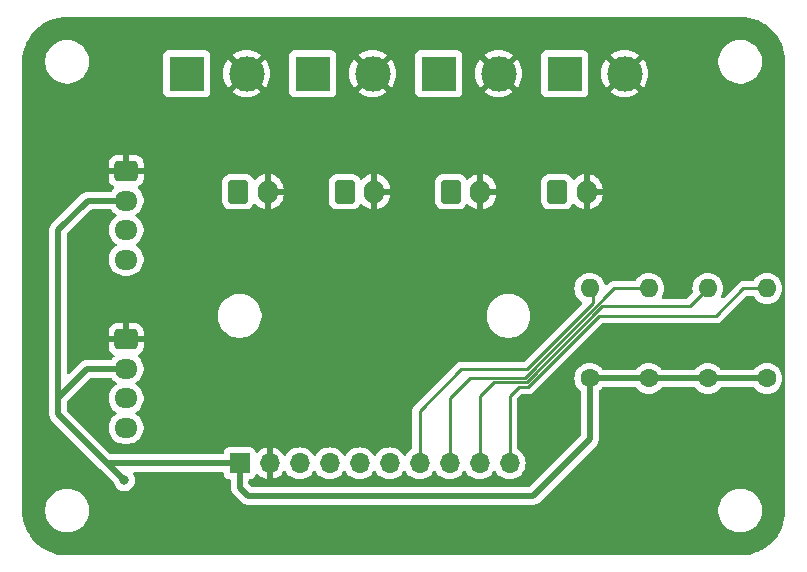
<source format=gbl>
G04 #@! TF.GenerationSoftware,KiCad,Pcbnew,8.0.1-8.0.1-1~ubuntu22.04.1*
G04 #@! TF.CreationDate,2024-05-03T10:53:24-07:00*
G04 #@! TF.ProjectId,pifire-ads-board,70696669-7265-42d6-9164-732d626f6172,rev?*
G04 #@! TF.SameCoordinates,Original*
G04 #@! TF.FileFunction,Copper,L2,Bot*
G04 #@! TF.FilePolarity,Positive*
%FSLAX46Y46*%
G04 Gerber Fmt 4.6, Leading zero omitted, Abs format (unit mm)*
G04 Created by KiCad (PCBNEW 8.0.1-8.0.1-1~ubuntu22.04.1) date 2024-05-03 10:53:24*
%MOMM*%
%LPD*%
G01*
G04 APERTURE LIST*
G04 Aperture macros list*
%AMRoundRect*
0 Rectangle with rounded corners*
0 $1 Rounding radius*
0 $2 $3 $4 $5 $6 $7 $8 $9 X,Y pos of 4 corners*
0 Add a 4 corners polygon primitive as box body*
4,1,4,$2,$3,$4,$5,$6,$7,$8,$9,$2,$3,0*
0 Add four circle primitives for the rounded corners*
1,1,$1+$1,$2,$3*
1,1,$1+$1,$4,$5*
1,1,$1+$1,$6,$7*
1,1,$1+$1,$8,$9*
0 Add four rect primitives between the rounded corners*
20,1,$1+$1,$2,$3,$4,$5,0*
20,1,$1+$1,$4,$5,$6,$7,0*
20,1,$1+$1,$6,$7,$8,$9,0*
20,1,$1+$1,$8,$9,$2,$3,0*%
G04 Aperture macros list end*
G04 #@! TA.AperFunction,ComponentPad*
%ADD10RoundRect,0.250000X-0.725000X0.600000X-0.725000X-0.600000X0.725000X-0.600000X0.725000X0.600000X0*%
G04 #@! TD*
G04 #@! TA.AperFunction,ComponentPad*
%ADD11O,1.950000X1.700000*%
G04 #@! TD*
G04 #@! TA.AperFunction,ComponentPad*
%ADD12R,1.700000X1.700000*%
G04 #@! TD*
G04 #@! TA.AperFunction,ComponentPad*
%ADD13O,1.700000X1.700000*%
G04 #@! TD*
G04 #@! TA.AperFunction,ComponentPad*
%ADD14C,1.600000*%
G04 #@! TD*
G04 #@! TA.AperFunction,ComponentPad*
%ADD15O,1.600000X1.600000*%
G04 #@! TD*
G04 #@! TA.AperFunction,ComponentPad*
%ADD16R,3.000000X3.000000*%
G04 #@! TD*
G04 #@! TA.AperFunction,ComponentPad*
%ADD17C,3.000000*%
G04 #@! TD*
G04 #@! TA.AperFunction,ComponentPad*
%ADD18RoundRect,0.250000X-0.600000X-0.750000X0.600000X-0.750000X0.600000X0.750000X-0.600000X0.750000X0*%
G04 #@! TD*
G04 #@! TA.AperFunction,ComponentPad*
%ADD19O,1.700000X2.000000*%
G04 #@! TD*
G04 #@! TA.AperFunction,ViaPad*
%ADD20C,0.800000*%
G04 #@! TD*
G04 #@! TA.AperFunction,Conductor*
%ADD21C,0.250000*%
G04 #@! TD*
G04 #@! TA.AperFunction,Conductor*
%ADD22C,0.500000*%
G04 #@! TD*
G04 APERTURE END LIST*
D10*
X39000000Y-43250000D03*
D11*
X39000000Y-45750000D03*
X39000000Y-48250000D03*
X39000000Y-50750000D03*
D12*
X48608000Y-68000000D03*
D13*
X51148000Y-68000000D03*
X53688000Y-68000000D03*
X56228000Y-68000000D03*
X58768000Y-68000000D03*
X61308000Y-68000000D03*
X63848000Y-68000000D03*
X66388000Y-68000000D03*
X68928000Y-68000000D03*
X71468000Y-68000000D03*
D14*
X78250000Y-60810000D03*
D15*
X78250000Y-53190000D03*
D16*
X76128000Y-35000000D03*
D17*
X81208000Y-35000000D03*
D18*
X66500000Y-45000000D03*
D19*
X69000000Y-45000000D03*
D16*
X44124000Y-35000000D03*
D17*
X49204000Y-35000000D03*
D16*
X65460000Y-35000000D03*
D17*
X70540000Y-35000000D03*
D14*
X88250000Y-60810000D03*
D15*
X88250000Y-53190000D03*
D18*
X57500000Y-45000000D03*
D19*
X60000000Y-45000000D03*
D18*
X75500000Y-45000000D03*
D19*
X78000000Y-45000000D03*
D18*
X48500000Y-45000000D03*
D19*
X51000000Y-45000000D03*
D10*
X39000000Y-57500000D03*
D11*
X39000000Y-60000000D03*
X39000000Y-62500000D03*
X39000000Y-65000000D03*
D14*
X83250000Y-60810000D03*
D15*
X83250000Y-53190000D03*
D16*
X54792000Y-35000000D03*
D17*
X59872000Y-35000000D03*
D14*
X93250000Y-60810000D03*
D15*
X93250000Y-53190000D03*
D20*
X38850000Y-69450000D03*
D21*
X67350000Y-60050000D02*
X63848000Y-63552000D01*
X72916842Y-60050000D02*
X67350000Y-60050000D01*
X78500000Y-53190000D02*
X78500000Y-54466842D01*
X63848000Y-63552000D02*
X63848000Y-68000000D01*
X78500000Y-54466842D02*
X72916842Y-60050000D01*
X83250000Y-53190000D02*
X80310000Y-53190000D01*
X80310000Y-53190000D02*
X72750000Y-60750000D01*
X66388000Y-62512000D02*
X66388000Y-68000000D01*
X68150000Y-60750000D02*
X66388000Y-62512000D01*
X72750000Y-60750000D02*
X68150000Y-60750000D01*
X68928000Y-62322000D02*
X68928000Y-68000000D01*
X86740000Y-54700000D02*
X79333158Y-54700000D01*
X72906158Y-61127000D02*
X70123000Y-61127000D01*
X88250000Y-53190000D02*
X86740000Y-54700000D01*
X79333158Y-54700000D02*
X72906158Y-61127000D01*
X70123000Y-61127000D02*
X68928000Y-62322000D01*
X79066316Y-55500000D02*
X73062316Y-61504000D01*
X72246000Y-61504000D02*
X71468000Y-62282000D01*
X73062316Y-61504000D02*
X72246000Y-61504000D01*
X91260000Y-53190000D02*
X88950000Y-55500000D01*
X93250000Y-53190000D02*
X91260000Y-53190000D01*
X71468000Y-62282000D02*
X71468000Y-68000000D01*
X88950000Y-55500000D02*
X79066316Y-55500000D01*
D22*
X78250000Y-60810000D02*
X83250000Y-60810000D01*
X78250000Y-65950000D02*
X78250000Y-65700000D01*
X37400000Y-68000000D02*
X48608000Y-68000000D01*
X88250000Y-60810000D02*
X93250000Y-60810000D01*
X83250000Y-60810000D02*
X88250000Y-60810000D01*
X49300000Y-70750000D02*
X73450000Y-70750000D01*
X33250000Y-62450000D02*
X33250000Y-63850000D01*
X78250000Y-65700000D02*
X78250000Y-60810000D01*
X35750000Y-45750000D02*
X33250000Y-48250000D01*
X39000000Y-60000000D02*
X35700000Y-60000000D01*
X48608000Y-68000000D02*
X48608000Y-70058000D01*
X33250000Y-48250000D02*
X33250000Y-62450000D01*
X73450000Y-70750000D02*
X78250000Y-65950000D01*
X33250000Y-63850000D02*
X37400000Y-68000000D01*
X37400000Y-68000000D02*
X38850000Y-69450000D01*
X39000000Y-45750000D02*
X35750000Y-45750000D01*
X35700000Y-60000000D02*
X33250000Y-62450000D01*
X48608000Y-70058000D02*
X49300000Y-70750000D01*
G04 #@! TA.AperFunction,Conductor*
G36*
X91003032Y-30200649D02*
G01*
X91067797Y-30203830D01*
X91366338Y-30218497D01*
X91378440Y-30219689D01*
X91735230Y-30272613D01*
X91747140Y-30274982D01*
X92097046Y-30362629D01*
X92108663Y-30366154D01*
X92448275Y-30487669D01*
X92459497Y-30492317D01*
X92785582Y-30646543D01*
X92796290Y-30652267D01*
X92984308Y-30764961D01*
X93105659Y-30837696D01*
X93115777Y-30844456D01*
X93405488Y-31059321D01*
X93414894Y-31067041D01*
X93682146Y-31309264D01*
X93690735Y-31317853D01*
X93894324Y-31542479D01*
X93932958Y-31585105D01*
X93940678Y-31594511D01*
X94155543Y-31884222D01*
X94162303Y-31894340D01*
X94347725Y-32203697D01*
X94353460Y-32214425D01*
X94411328Y-32336777D01*
X94507679Y-32540495D01*
X94512334Y-32551734D01*
X94593029Y-32777262D01*
X94633840Y-32891319D01*
X94637373Y-32902964D01*
X94725014Y-33252846D01*
X94727388Y-33264782D01*
X94780309Y-33621555D01*
X94781502Y-33633664D01*
X94799351Y-33996967D01*
X94799500Y-34003052D01*
X94799500Y-53139232D01*
X94784103Y-53191667D01*
X94797069Y-53216335D01*
X94799500Y-53240767D01*
X94799500Y-60759232D01*
X94784103Y-60811667D01*
X94797069Y-60836335D01*
X94799500Y-60860767D01*
X94799500Y-71996947D01*
X94799351Y-72003032D01*
X94781502Y-72366335D01*
X94780309Y-72378444D01*
X94727388Y-72735217D01*
X94725014Y-72747153D01*
X94637373Y-73097035D01*
X94633840Y-73108680D01*
X94512335Y-73448262D01*
X94507679Y-73459504D01*
X94353462Y-73785570D01*
X94347725Y-73796302D01*
X94162303Y-74105659D01*
X94155543Y-74115777D01*
X93940678Y-74405488D01*
X93932958Y-74414894D01*
X93690743Y-74682138D01*
X93682138Y-74690743D01*
X93414894Y-74932958D01*
X93405488Y-74940678D01*
X93115777Y-75155543D01*
X93105659Y-75162303D01*
X92796302Y-75347725D01*
X92785570Y-75353462D01*
X92459504Y-75507679D01*
X92448262Y-75512335D01*
X92108680Y-75633840D01*
X92097035Y-75637373D01*
X91747153Y-75725014D01*
X91735217Y-75727388D01*
X91378444Y-75780309D01*
X91366335Y-75781502D01*
X91003033Y-75799351D01*
X90996948Y-75799500D01*
X42919752Y-75799500D01*
X42919277Y-75799499D01*
X33516733Y-75763473D01*
X33499014Y-75762132D01*
X33264782Y-75727388D01*
X33252846Y-75725014D01*
X32902964Y-75637373D01*
X32891323Y-75633841D01*
X32551734Y-75512334D01*
X32540495Y-75507679D01*
X32214429Y-75353462D01*
X32203702Y-75347727D01*
X31894340Y-75162303D01*
X31884222Y-75155543D01*
X31594511Y-74940678D01*
X31585105Y-74932958D01*
X31542479Y-74894324D01*
X31317853Y-74690735D01*
X31309264Y-74682146D01*
X31067041Y-74414894D01*
X31059321Y-74405488D01*
X30844456Y-74115777D01*
X30837696Y-74105659D01*
X30652267Y-73796290D01*
X30646543Y-73785582D01*
X30492317Y-73459497D01*
X30487669Y-73448275D01*
X30366154Y-73108663D01*
X30362629Y-73097046D01*
X30274982Y-72747140D01*
X30272613Y-72735230D01*
X30219689Y-72378440D01*
X30218497Y-72366334D01*
X30206459Y-72121288D01*
X32149500Y-72121288D01*
X32181161Y-72361785D01*
X32243947Y-72596104D01*
X32301570Y-72735217D01*
X32336776Y-72820212D01*
X32458064Y-73030289D01*
X32458066Y-73030292D01*
X32458067Y-73030293D01*
X32605733Y-73222736D01*
X32605739Y-73222743D01*
X32777256Y-73394260D01*
X32777262Y-73394265D01*
X32969711Y-73541936D01*
X33179788Y-73663224D01*
X33403900Y-73756054D01*
X33638211Y-73818838D01*
X33818586Y-73842584D01*
X33878711Y-73850500D01*
X33878712Y-73850500D01*
X34121289Y-73850500D01*
X34169388Y-73844167D01*
X34361789Y-73818838D01*
X34596100Y-73756054D01*
X34820212Y-73663224D01*
X35030289Y-73541936D01*
X35222738Y-73394265D01*
X35394265Y-73222738D01*
X35541936Y-73030289D01*
X35663224Y-72820212D01*
X35756054Y-72596100D01*
X35818838Y-72361789D01*
X35850500Y-72121288D01*
X89149500Y-72121288D01*
X89181161Y-72361785D01*
X89243947Y-72596104D01*
X89301570Y-72735217D01*
X89336776Y-72820212D01*
X89458064Y-73030289D01*
X89458066Y-73030292D01*
X89458067Y-73030293D01*
X89605733Y-73222736D01*
X89605739Y-73222743D01*
X89777256Y-73394260D01*
X89777262Y-73394265D01*
X89969711Y-73541936D01*
X90179788Y-73663224D01*
X90403900Y-73756054D01*
X90638211Y-73818838D01*
X90818586Y-73842584D01*
X90878711Y-73850500D01*
X90878712Y-73850500D01*
X91121289Y-73850500D01*
X91169388Y-73844167D01*
X91361789Y-73818838D01*
X91596100Y-73756054D01*
X91820212Y-73663224D01*
X92030289Y-73541936D01*
X92222738Y-73394265D01*
X92394265Y-73222738D01*
X92541936Y-73030289D01*
X92663224Y-72820212D01*
X92756054Y-72596100D01*
X92818838Y-72361789D01*
X92850500Y-72121288D01*
X92850500Y-71878712D01*
X92818838Y-71638211D01*
X92756054Y-71403900D01*
X92663224Y-71179788D01*
X92541936Y-70969711D01*
X92394265Y-70777262D01*
X92394260Y-70777256D01*
X92222743Y-70605739D01*
X92222736Y-70605733D01*
X92030293Y-70458067D01*
X92030292Y-70458066D01*
X92030289Y-70458064D01*
X91820212Y-70336776D01*
X91758331Y-70311144D01*
X91596104Y-70243947D01*
X91361785Y-70181161D01*
X91121289Y-70149500D01*
X91121288Y-70149500D01*
X90878712Y-70149500D01*
X90878711Y-70149500D01*
X90638214Y-70181161D01*
X90403895Y-70243947D01*
X90179794Y-70336773D01*
X90179785Y-70336777D01*
X89969706Y-70458067D01*
X89777263Y-70605733D01*
X89777256Y-70605739D01*
X89605739Y-70777256D01*
X89605733Y-70777263D01*
X89458067Y-70969706D01*
X89336777Y-71179785D01*
X89336773Y-71179794D01*
X89243947Y-71403895D01*
X89181161Y-71638214D01*
X89149500Y-71878711D01*
X89149500Y-72121288D01*
X35850500Y-72121288D01*
X35850500Y-71878712D01*
X35818838Y-71638211D01*
X35756054Y-71403900D01*
X35663224Y-71179788D01*
X35541936Y-70969711D01*
X35394265Y-70777262D01*
X35394260Y-70777256D01*
X35222743Y-70605739D01*
X35222736Y-70605733D01*
X35030293Y-70458067D01*
X35030292Y-70458066D01*
X35030289Y-70458064D01*
X34820212Y-70336776D01*
X34758331Y-70311144D01*
X34596104Y-70243947D01*
X34361785Y-70181161D01*
X34121289Y-70149500D01*
X34121288Y-70149500D01*
X33878712Y-70149500D01*
X33878711Y-70149500D01*
X33638214Y-70181161D01*
X33403895Y-70243947D01*
X33179794Y-70336773D01*
X33179785Y-70336777D01*
X32969706Y-70458067D01*
X32777263Y-70605733D01*
X32777256Y-70605739D01*
X32605739Y-70777256D01*
X32605733Y-70777263D01*
X32458067Y-70969706D01*
X32336777Y-71179785D01*
X32336773Y-71179794D01*
X32243947Y-71403895D01*
X32181161Y-71638214D01*
X32149500Y-71878711D01*
X32149500Y-72121288D01*
X30206459Y-72121288D01*
X30200649Y-72003031D01*
X30200500Y-71996947D01*
X30200500Y-63923920D01*
X32499499Y-63923920D01*
X32528340Y-64068907D01*
X32528343Y-64068917D01*
X32584912Y-64205488D01*
X32584916Y-64205495D01*
X32609493Y-64242277D01*
X32609494Y-64242280D01*
X32609495Y-64242280D01*
X32667051Y-64328420D01*
X32667052Y-64328421D01*
X36812707Y-68474074D01*
X36812728Y-68474097D01*
X37937228Y-69598595D01*
X37967478Y-69647958D01*
X38022818Y-69818277D01*
X38022821Y-69818284D01*
X38117467Y-69982216D01*
X38133030Y-69999500D01*
X38244129Y-70122888D01*
X38397265Y-70234148D01*
X38397270Y-70234151D01*
X38570192Y-70311142D01*
X38570197Y-70311144D01*
X38755354Y-70350500D01*
X38755355Y-70350500D01*
X38944644Y-70350500D01*
X38944646Y-70350500D01*
X39129803Y-70311144D01*
X39302730Y-70234151D01*
X39455871Y-70122888D01*
X39582533Y-69982216D01*
X39677179Y-69818284D01*
X39735674Y-69638256D01*
X39755460Y-69450000D01*
X39735674Y-69261744D01*
X39677179Y-69081716D01*
X39630310Y-69000536D01*
X39593339Y-68936500D01*
X39576866Y-68868599D01*
X39599719Y-68802573D01*
X39654640Y-68759382D01*
X39700726Y-68750500D01*
X47133501Y-68750500D01*
X47200540Y-68770185D01*
X47246295Y-68822989D01*
X47257501Y-68874500D01*
X47257501Y-68897876D01*
X47263908Y-68957483D01*
X47314202Y-69092328D01*
X47314206Y-69092335D01*
X47400452Y-69207544D01*
X47400455Y-69207547D01*
X47515664Y-69293793D01*
X47515671Y-69293797D01*
X47560618Y-69310561D01*
X47650517Y-69344091D01*
X47710127Y-69350500D01*
X47733497Y-69350499D01*
X47800536Y-69370181D01*
X47846292Y-69422983D01*
X47857500Y-69474499D01*
X47857500Y-70131918D01*
X47857500Y-70131920D01*
X47857499Y-70131920D01*
X47886340Y-70276907D01*
X47886343Y-70276917D01*
X47942912Y-70413488D01*
X47942920Y-70413503D01*
X47972694Y-70458061D01*
X47972695Y-70458064D01*
X48025046Y-70536414D01*
X48025052Y-70536421D01*
X48821584Y-71332952D01*
X48821586Y-71332954D01*
X48851058Y-71352645D01*
X48895270Y-71382186D01*
X48944505Y-71415084D01*
X48944506Y-71415084D01*
X48944507Y-71415085D01*
X48944509Y-71415086D01*
X49081082Y-71471656D01*
X49081087Y-71471658D01*
X49081091Y-71471658D01*
X49081092Y-71471659D01*
X49226079Y-71500500D01*
X49226082Y-71500500D01*
X73523920Y-71500500D01*
X73621462Y-71481096D01*
X73668913Y-71471658D01*
X73805495Y-71415084D01*
X73854729Y-71382186D01*
X73854734Y-71382183D01*
X73879071Y-71365921D01*
X73928416Y-71332952D01*
X78832951Y-66428416D01*
X78875268Y-66365084D01*
X78915084Y-66305495D01*
X78971658Y-66168913D01*
X78999269Y-66030109D01*
X79000500Y-66023920D01*
X79000500Y-61936662D01*
X79020185Y-61869623D01*
X79053379Y-61835086D01*
X79089140Y-61810046D01*
X79250045Y-61649141D01*
X79250047Y-61649139D01*
X79270301Y-61620213D01*
X79275088Y-61613377D01*
X79329665Y-61569752D01*
X79376663Y-61560500D01*
X82123337Y-61560500D01*
X82190376Y-61580185D01*
X82224912Y-61613377D01*
X82249954Y-61649141D01*
X82410858Y-61810045D01*
X82410861Y-61810047D01*
X82597266Y-61940568D01*
X82803504Y-62036739D01*
X82803509Y-62036740D01*
X82803511Y-62036741D01*
X82856415Y-62050916D01*
X83023308Y-62095635D01*
X83185230Y-62109801D01*
X83249998Y-62115468D01*
X83250000Y-62115468D01*
X83250002Y-62115468D01*
X83306673Y-62110509D01*
X83476692Y-62095635D01*
X83696496Y-62036739D01*
X83902734Y-61940568D01*
X84089139Y-61810047D01*
X84250047Y-61649139D01*
X84270301Y-61620213D01*
X84275088Y-61613377D01*
X84329665Y-61569752D01*
X84376663Y-61560500D01*
X87123337Y-61560500D01*
X87190376Y-61580185D01*
X87224912Y-61613377D01*
X87249954Y-61649141D01*
X87410858Y-61810045D01*
X87410861Y-61810047D01*
X87597266Y-61940568D01*
X87803504Y-62036739D01*
X87803509Y-62036740D01*
X87803511Y-62036741D01*
X87856415Y-62050916D01*
X88023308Y-62095635D01*
X88185230Y-62109801D01*
X88249998Y-62115468D01*
X88250000Y-62115468D01*
X88250002Y-62115468D01*
X88306673Y-62110509D01*
X88476692Y-62095635D01*
X88696496Y-62036739D01*
X88902734Y-61940568D01*
X89089139Y-61810047D01*
X89250047Y-61649139D01*
X89270301Y-61620213D01*
X89275088Y-61613377D01*
X89329665Y-61569752D01*
X89376663Y-61560500D01*
X92123337Y-61560500D01*
X92190376Y-61580185D01*
X92224912Y-61613377D01*
X92249954Y-61649141D01*
X92410858Y-61810045D01*
X92410861Y-61810047D01*
X92597266Y-61940568D01*
X92803504Y-62036739D01*
X92803509Y-62036740D01*
X92803511Y-62036741D01*
X92856415Y-62050916D01*
X93023308Y-62095635D01*
X93185230Y-62109801D01*
X93249998Y-62115468D01*
X93250000Y-62115468D01*
X93250002Y-62115468D01*
X93306673Y-62110509D01*
X93476692Y-62095635D01*
X93696496Y-62036739D01*
X93902734Y-61940568D01*
X94089139Y-61810047D01*
X94250047Y-61649139D01*
X94380568Y-61462734D01*
X94476739Y-61256496D01*
X94535635Y-61036692D01*
X94551972Y-60849960D01*
X94567260Y-60810874D01*
X94556523Y-60794167D01*
X94551972Y-60770039D01*
X94535635Y-60583313D01*
X94535635Y-60583308D01*
X94476739Y-60363504D01*
X94380568Y-60157266D01*
X94250047Y-59970861D01*
X94250045Y-59970858D01*
X94089141Y-59809954D01*
X93902734Y-59679432D01*
X93902732Y-59679431D01*
X93696497Y-59583261D01*
X93696488Y-59583258D01*
X93476697Y-59524366D01*
X93476693Y-59524365D01*
X93476692Y-59524365D01*
X93476691Y-59524364D01*
X93476686Y-59524364D01*
X93250002Y-59504532D01*
X93249998Y-59504532D01*
X93023313Y-59524364D01*
X93023302Y-59524366D01*
X92803511Y-59583258D01*
X92803502Y-59583261D01*
X92597267Y-59679431D01*
X92597265Y-59679432D01*
X92410858Y-59809954D01*
X92249954Y-59970858D01*
X92224912Y-60006623D01*
X92170335Y-60050248D01*
X92123337Y-60059500D01*
X89376663Y-60059500D01*
X89309624Y-60039815D01*
X89275088Y-60006623D01*
X89250045Y-59970858D01*
X89089141Y-59809954D01*
X88902734Y-59679432D01*
X88902732Y-59679431D01*
X88696497Y-59583261D01*
X88696488Y-59583258D01*
X88476697Y-59524366D01*
X88476693Y-59524365D01*
X88476692Y-59524365D01*
X88476691Y-59524364D01*
X88476686Y-59524364D01*
X88250002Y-59504532D01*
X88249998Y-59504532D01*
X88023313Y-59524364D01*
X88023302Y-59524366D01*
X87803511Y-59583258D01*
X87803502Y-59583261D01*
X87597267Y-59679431D01*
X87597265Y-59679432D01*
X87410858Y-59809954D01*
X87249954Y-59970858D01*
X87224912Y-60006623D01*
X87170335Y-60050248D01*
X87123337Y-60059500D01*
X84376663Y-60059500D01*
X84309624Y-60039815D01*
X84275088Y-60006623D01*
X84250045Y-59970858D01*
X84089141Y-59809954D01*
X83902734Y-59679432D01*
X83902732Y-59679431D01*
X83696497Y-59583261D01*
X83696488Y-59583258D01*
X83476697Y-59524366D01*
X83476693Y-59524365D01*
X83476692Y-59524365D01*
X83476691Y-59524364D01*
X83476686Y-59524364D01*
X83250002Y-59504532D01*
X83249998Y-59504532D01*
X83023313Y-59524364D01*
X83023302Y-59524366D01*
X82803511Y-59583258D01*
X82803502Y-59583261D01*
X82597267Y-59679431D01*
X82597265Y-59679432D01*
X82410858Y-59809954D01*
X82249954Y-59970858D01*
X82224912Y-60006623D01*
X82170335Y-60050248D01*
X82123337Y-60059500D01*
X79376663Y-60059500D01*
X79309624Y-60039815D01*
X79275088Y-60006623D01*
X79250045Y-59970858D01*
X79089141Y-59809954D01*
X78902734Y-59679432D01*
X78902732Y-59679431D01*
X78696497Y-59583261D01*
X78696488Y-59583258D01*
X78476697Y-59524366D01*
X78476693Y-59524365D01*
X78476692Y-59524365D01*
X78476691Y-59524364D01*
X78476686Y-59524364D01*
X78250002Y-59504532D01*
X78249998Y-59504532D01*
X78023313Y-59524364D01*
X78023302Y-59524366D01*
X77803511Y-59583258D01*
X77803502Y-59583261D01*
X77597267Y-59679431D01*
X77597265Y-59679432D01*
X77410858Y-59809954D01*
X77249954Y-59970858D01*
X77119432Y-60157265D01*
X77119431Y-60157267D01*
X77023261Y-60363502D01*
X77023258Y-60363511D01*
X76964366Y-60583302D01*
X76964364Y-60583313D01*
X76944532Y-60809998D01*
X76944532Y-60810001D01*
X76964364Y-61036686D01*
X76964366Y-61036697D01*
X77023258Y-61256488D01*
X77023261Y-61256497D01*
X77119431Y-61462732D01*
X77119432Y-61462734D01*
X77249954Y-61649141D01*
X77410859Y-61810046D01*
X77446621Y-61835086D01*
X77490247Y-61889662D01*
X77499500Y-61936662D01*
X77499500Y-65587770D01*
X77479815Y-65654809D01*
X77463181Y-65675451D01*
X73175451Y-69963181D01*
X73114128Y-69996666D01*
X73087770Y-69999500D01*
X49662230Y-69999500D01*
X49595191Y-69979815D01*
X49574549Y-69963181D01*
X49394819Y-69783451D01*
X49361334Y-69722128D01*
X49358500Y-69695770D01*
X49358500Y-69474499D01*
X49378185Y-69407460D01*
X49430989Y-69361705D01*
X49482500Y-69350499D01*
X49505871Y-69350499D01*
X49505872Y-69350499D01*
X49565483Y-69344091D01*
X49700331Y-69293796D01*
X49815546Y-69207546D01*
X49901796Y-69092331D01*
X49951002Y-68960401D01*
X49992872Y-68904468D01*
X50058337Y-68880050D01*
X50126610Y-68894901D01*
X50154865Y-68916053D01*
X50276917Y-69038105D01*
X50470421Y-69173600D01*
X50684507Y-69273429D01*
X50684516Y-69273433D01*
X50898000Y-69330634D01*
X50898000Y-68433012D01*
X50955007Y-68465925D01*
X51082174Y-68500000D01*
X51213826Y-68500000D01*
X51340993Y-68465925D01*
X51398000Y-68433012D01*
X51398000Y-69330633D01*
X51611483Y-69273433D01*
X51611492Y-69273429D01*
X51825578Y-69173600D01*
X52019082Y-69038105D01*
X52186105Y-68871082D01*
X52316119Y-68685405D01*
X52370696Y-68641781D01*
X52440195Y-68634588D01*
X52502549Y-68666110D01*
X52519269Y-68685405D01*
X52649505Y-68871401D01*
X52816599Y-69038495D01*
X52913384Y-69106265D01*
X53010165Y-69174032D01*
X53010167Y-69174033D01*
X53010170Y-69174035D01*
X53224337Y-69273903D01*
X53452592Y-69335063D01*
X53629034Y-69350500D01*
X53687999Y-69355659D01*
X53688000Y-69355659D01*
X53688001Y-69355659D01*
X53746966Y-69350500D01*
X53923408Y-69335063D01*
X54151663Y-69273903D01*
X54365830Y-69174035D01*
X54559401Y-69038495D01*
X54726495Y-68871401D01*
X54856425Y-68685842D01*
X54911002Y-68642217D01*
X54980500Y-68635023D01*
X55042855Y-68666546D01*
X55059575Y-68685842D01*
X55189500Y-68871395D01*
X55189505Y-68871401D01*
X55356599Y-69038495D01*
X55453384Y-69106265D01*
X55550165Y-69174032D01*
X55550167Y-69174033D01*
X55550170Y-69174035D01*
X55764337Y-69273903D01*
X55992592Y-69335063D01*
X56169034Y-69350500D01*
X56227999Y-69355659D01*
X56228000Y-69355659D01*
X56228001Y-69355659D01*
X56286966Y-69350500D01*
X56463408Y-69335063D01*
X56691663Y-69273903D01*
X56905830Y-69174035D01*
X57099401Y-69038495D01*
X57266495Y-68871401D01*
X57396425Y-68685842D01*
X57451002Y-68642217D01*
X57520500Y-68635023D01*
X57582855Y-68666546D01*
X57599575Y-68685842D01*
X57729500Y-68871395D01*
X57729505Y-68871401D01*
X57896599Y-69038495D01*
X57993384Y-69106265D01*
X58090165Y-69174032D01*
X58090167Y-69174033D01*
X58090170Y-69174035D01*
X58304337Y-69273903D01*
X58532592Y-69335063D01*
X58709034Y-69350500D01*
X58767999Y-69355659D01*
X58768000Y-69355659D01*
X58768001Y-69355659D01*
X58826966Y-69350500D01*
X59003408Y-69335063D01*
X59231663Y-69273903D01*
X59445830Y-69174035D01*
X59639401Y-69038495D01*
X59806495Y-68871401D01*
X59936425Y-68685842D01*
X59991002Y-68642217D01*
X60060500Y-68635023D01*
X60122855Y-68666546D01*
X60139575Y-68685842D01*
X60269500Y-68871395D01*
X60269505Y-68871401D01*
X60436599Y-69038495D01*
X60533384Y-69106265D01*
X60630165Y-69174032D01*
X60630167Y-69174033D01*
X60630170Y-69174035D01*
X60844337Y-69273903D01*
X61072592Y-69335063D01*
X61249034Y-69350500D01*
X61307999Y-69355659D01*
X61308000Y-69355659D01*
X61308001Y-69355659D01*
X61366966Y-69350500D01*
X61543408Y-69335063D01*
X61771663Y-69273903D01*
X61985830Y-69174035D01*
X62179401Y-69038495D01*
X62346495Y-68871401D01*
X62476425Y-68685842D01*
X62531002Y-68642217D01*
X62600500Y-68635023D01*
X62662855Y-68666546D01*
X62679575Y-68685842D01*
X62809500Y-68871395D01*
X62809505Y-68871401D01*
X62976599Y-69038495D01*
X63073384Y-69106265D01*
X63170165Y-69174032D01*
X63170167Y-69174033D01*
X63170170Y-69174035D01*
X63384337Y-69273903D01*
X63612592Y-69335063D01*
X63789034Y-69350500D01*
X63847999Y-69355659D01*
X63848000Y-69355659D01*
X63848001Y-69355659D01*
X63906966Y-69350500D01*
X64083408Y-69335063D01*
X64311663Y-69273903D01*
X64525830Y-69174035D01*
X64719401Y-69038495D01*
X64886495Y-68871401D01*
X65016425Y-68685842D01*
X65071002Y-68642217D01*
X65140500Y-68635023D01*
X65202855Y-68666546D01*
X65219575Y-68685842D01*
X65349500Y-68871395D01*
X65349505Y-68871401D01*
X65516599Y-69038495D01*
X65613384Y-69106265D01*
X65710165Y-69174032D01*
X65710167Y-69174033D01*
X65710170Y-69174035D01*
X65924337Y-69273903D01*
X66152592Y-69335063D01*
X66329034Y-69350500D01*
X66387999Y-69355659D01*
X66388000Y-69355659D01*
X66388001Y-69355659D01*
X66446966Y-69350500D01*
X66623408Y-69335063D01*
X66851663Y-69273903D01*
X67065830Y-69174035D01*
X67259401Y-69038495D01*
X67426495Y-68871401D01*
X67556425Y-68685842D01*
X67611002Y-68642217D01*
X67680500Y-68635023D01*
X67742855Y-68666546D01*
X67759575Y-68685842D01*
X67889500Y-68871395D01*
X67889505Y-68871401D01*
X68056599Y-69038495D01*
X68153384Y-69106265D01*
X68250165Y-69174032D01*
X68250167Y-69174033D01*
X68250170Y-69174035D01*
X68464337Y-69273903D01*
X68692592Y-69335063D01*
X68869034Y-69350500D01*
X68927999Y-69355659D01*
X68928000Y-69355659D01*
X68928001Y-69355659D01*
X68986966Y-69350500D01*
X69163408Y-69335063D01*
X69391663Y-69273903D01*
X69605830Y-69174035D01*
X69799401Y-69038495D01*
X69966495Y-68871401D01*
X70096425Y-68685842D01*
X70151002Y-68642217D01*
X70220500Y-68635023D01*
X70282855Y-68666546D01*
X70299575Y-68685842D01*
X70429500Y-68871395D01*
X70429505Y-68871401D01*
X70596599Y-69038495D01*
X70693384Y-69106265D01*
X70790165Y-69174032D01*
X70790167Y-69174033D01*
X70790170Y-69174035D01*
X71004337Y-69273903D01*
X71232592Y-69335063D01*
X71409034Y-69350500D01*
X71467999Y-69355659D01*
X71468000Y-69355659D01*
X71468001Y-69355659D01*
X71526966Y-69350500D01*
X71703408Y-69335063D01*
X71931663Y-69273903D01*
X72145830Y-69174035D01*
X72339401Y-69038495D01*
X72506495Y-68871401D01*
X72642035Y-68677830D01*
X72741903Y-68463663D01*
X72803063Y-68235408D01*
X72823659Y-68000000D01*
X72803063Y-67764592D01*
X72741903Y-67536337D01*
X72642035Y-67322171D01*
X72636731Y-67314595D01*
X72506494Y-67128597D01*
X72339402Y-66961506D01*
X72339401Y-66961505D01*
X72206093Y-66868161D01*
X72146376Y-66826347D01*
X72102751Y-66771770D01*
X72093500Y-66724772D01*
X72093500Y-62592452D01*
X72113185Y-62525413D01*
X72129819Y-62504771D01*
X72468771Y-62165819D01*
X72530094Y-62132334D01*
X72556452Y-62129500D01*
X73123924Y-62129500D01*
X73123924Y-62129499D01*
X73205533Y-62113267D01*
X73205534Y-62113267D01*
X73218730Y-62110641D01*
X73244768Y-62105463D01*
X73244773Y-62105460D01*
X73244776Y-62105460D01*
X73278103Y-62091654D01*
X73278102Y-62091654D01*
X73278108Y-62091652D01*
X73358602Y-62058312D01*
X73409825Y-62024084D01*
X73461049Y-61989858D01*
X73548174Y-61902733D01*
X73548175Y-61902731D01*
X73555241Y-61895665D01*
X73555243Y-61895661D01*
X79289087Y-56161819D01*
X79350410Y-56128334D01*
X79376768Y-56125500D01*
X89011607Y-56125500D01*
X89072029Y-56113481D01*
X89132452Y-56101463D01*
X89132455Y-56101461D01*
X89132458Y-56101461D01*
X89165787Y-56087654D01*
X89165786Y-56087654D01*
X89165792Y-56087652D01*
X89246286Y-56054312D01*
X89297509Y-56020084D01*
X89348733Y-55985858D01*
X89435858Y-55898733D01*
X89435858Y-55898731D01*
X89446066Y-55888524D01*
X89446067Y-55888521D01*
X91482772Y-53851819D01*
X91544095Y-53818334D01*
X91570453Y-53815500D01*
X92035812Y-53815500D01*
X92102851Y-53835185D01*
X92137387Y-53868377D01*
X92249954Y-54029141D01*
X92410858Y-54190045D01*
X92410861Y-54190047D01*
X92597266Y-54320568D01*
X92803504Y-54416739D01*
X93023308Y-54475635D01*
X93180780Y-54489412D01*
X93249998Y-54495468D01*
X93250000Y-54495468D01*
X93250002Y-54495468D01*
X93319220Y-54489412D01*
X93476692Y-54475635D01*
X93696496Y-54416739D01*
X93902734Y-54320568D01*
X94089139Y-54190047D01*
X94250047Y-54029139D01*
X94380568Y-53842734D01*
X94476739Y-53636496D01*
X94535635Y-53416692D01*
X94551972Y-53229960D01*
X94567260Y-53190874D01*
X94556523Y-53174167D01*
X94551972Y-53150039D01*
X94535635Y-52963313D01*
X94535635Y-52963308D01*
X94476739Y-52743504D01*
X94380568Y-52537266D01*
X94250047Y-52350861D01*
X94250045Y-52350858D01*
X94089141Y-52189954D01*
X93902734Y-52059432D01*
X93902732Y-52059431D01*
X93696497Y-51963261D01*
X93696488Y-51963258D01*
X93476697Y-51904366D01*
X93476693Y-51904365D01*
X93476692Y-51904365D01*
X93476691Y-51904364D01*
X93476686Y-51904364D01*
X93250002Y-51884532D01*
X93249998Y-51884532D01*
X93023313Y-51904364D01*
X93023302Y-51904366D01*
X92803511Y-51963258D01*
X92803502Y-51963261D01*
X92597267Y-52059431D01*
X92597265Y-52059432D01*
X92410858Y-52189954D01*
X92249954Y-52350858D01*
X92137387Y-52511623D01*
X92082811Y-52555248D01*
X92035812Y-52564500D01*
X91198389Y-52564500D01*
X91137971Y-52576518D01*
X91097602Y-52584548D01*
X91077546Y-52588537D01*
X91011332Y-52615965D01*
X91011331Y-52615965D01*
X90963718Y-52635686D01*
X90963716Y-52635687D01*
X90861265Y-52704142D01*
X90861262Y-52704145D01*
X89578919Y-53986489D01*
X89517596Y-54019974D01*
X89447904Y-54014990D01*
X89391971Y-53973118D01*
X89367554Y-53907654D01*
X89378856Y-53846403D01*
X89380564Y-53842738D01*
X89380568Y-53842734D01*
X89476739Y-53636496D01*
X89535635Y-53416692D01*
X89555468Y-53190000D01*
X89535635Y-52963308D01*
X89476739Y-52743504D01*
X89380568Y-52537266D01*
X89250047Y-52350861D01*
X89250045Y-52350858D01*
X89089141Y-52189954D01*
X88902734Y-52059432D01*
X88902732Y-52059431D01*
X88696497Y-51963261D01*
X88696488Y-51963258D01*
X88476697Y-51904366D01*
X88476693Y-51904365D01*
X88476692Y-51904365D01*
X88476691Y-51904364D01*
X88476686Y-51904364D01*
X88250002Y-51884532D01*
X88249998Y-51884532D01*
X88023313Y-51904364D01*
X88023302Y-51904366D01*
X87803511Y-51963258D01*
X87803502Y-51963261D01*
X87597267Y-52059431D01*
X87597265Y-52059432D01*
X87410858Y-52189954D01*
X87249954Y-52350858D01*
X87119432Y-52537265D01*
X87119431Y-52537267D01*
X87023261Y-52743502D01*
X87023258Y-52743511D01*
X86964366Y-52963302D01*
X86964364Y-52963313D01*
X86948028Y-53150039D01*
X86944532Y-53190000D01*
X86964364Y-53416686D01*
X86964365Y-53416691D01*
X86964366Y-53416697D01*
X86982680Y-53485048D01*
X86981017Y-53554897D01*
X86950586Y-53604821D01*
X86517227Y-54038182D01*
X86455907Y-54071666D01*
X86429548Y-54074500D01*
X84456485Y-54074500D01*
X84389446Y-54054815D01*
X84343691Y-54002011D01*
X84333747Y-53932853D01*
X84354909Y-53879378D01*
X84380568Y-53842734D01*
X84476739Y-53636496D01*
X84535635Y-53416692D01*
X84555468Y-53190000D01*
X84535635Y-52963308D01*
X84476739Y-52743504D01*
X84380568Y-52537266D01*
X84250047Y-52350861D01*
X84250045Y-52350858D01*
X84089141Y-52189954D01*
X83902734Y-52059432D01*
X83902732Y-52059431D01*
X83696497Y-51963261D01*
X83696488Y-51963258D01*
X83476697Y-51904366D01*
X83476693Y-51904365D01*
X83476692Y-51904365D01*
X83476691Y-51904364D01*
X83476686Y-51904364D01*
X83250002Y-51884532D01*
X83249998Y-51884532D01*
X83023313Y-51904364D01*
X83023302Y-51904366D01*
X82803511Y-51963258D01*
X82803502Y-51963261D01*
X82597267Y-52059431D01*
X82597265Y-52059432D01*
X82410858Y-52189954D01*
X82249954Y-52350858D01*
X82137387Y-52511623D01*
X82082811Y-52555248D01*
X82035812Y-52564500D01*
X80377741Y-52564500D01*
X80377721Y-52564499D01*
X80371607Y-52564499D01*
X80248394Y-52564499D01*
X80147597Y-52584548D01*
X80147592Y-52584548D01*
X80127549Y-52588536D01*
X80127547Y-52588536D01*
X80080397Y-52608067D01*
X80013719Y-52635685D01*
X80013717Y-52635686D01*
X79911266Y-52704141D01*
X79712115Y-52903292D01*
X79650792Y-52936777D01*
X79581100Y-52931793D01*
X79525167Y-52889921D01*
X79504659Y-52847704D01*
X79476741Y-52743511D01*
X79476738Y-52743502D01*
X79458385Y-52704145D01*
X79380568Y-52537266D01*
X79250047Y-52350861D01*
X79250045Y-52350858D01*
X79089141Y-52189954D01*
X78902734Y-52059432D01*
X78902732Y-52059431D01*
X78696497Y-51963261D01*
X78696488Y-51963258D01*
X78476697Y-51904366D01*
X78476693Y-51904365D01*
X78476692Y-51904365D01*
X78476691Y-51904364D01*
X78476686Y-51904364D01*
X78250002Y-51884532D01*
X78249998Y-51884532D01*
X78023313Y-51904364D01*
X78023302Y-51904366D01*
X77803511Y-51963258D01*
X77803502Y-51963261D01*
X77597267Y-52059431D01*
X77597265Y-52059432D01*
X77410858Y-52189954D01*
X77249954Y-52350858D01*
X77119432Y-52537265D01*
X77119431Y-52537267D01*
X77023261Y-52743502D01*
X77023258Y-52743511D01*
X76964366Y-52963302D01*
X76964364Y-52963313D01*
X76944532Y-53189998D01*
X76944532Y-53190001D01*
X76964364Y-53416686D01*
X76964366Y-53416697D01*
X77023258Y-53636488D01*
X77023261Y-53636497D01*
X77119431Y-53842732D01*
X77119432Y-53842734D01*
X77249954Y-54029141D01*
X77410858Y-54190045D01*
X77572917Y-54303519D01*
X77616542Y-54358095D01*
X77623736Y-54427594D01*
X77592213Y-54489949D01*
X77589475Y-54492775D01*
X72694071Y-59388181D01*
X72632748Y-59421666D01*
X72606390Y-59424500D01*
X67288389Y-59424500D01*
X67227971Y-59436518D01*
X67167548Y-59448537D01*
X67167543Y-59448538D01*
X67133546Y-59462620D01*
X67120397Y-59468067D01*
X67053718Y-59495685D01*
X67034571Y-59508479D01*
X67028190Y-59512743D01*
X67028189Y-59512744D01*
X67028188Y-59512743D01*
X66951266Y-59564142D01*
X66951265Y-59564143D01*
X66907704Y-59607705D01*
X66864142Y-59651267D01*
X63362143Y-63153265D01*
X63362141Y-63153267D01*
X63352886Y-63167119D01*
X63349854Y-63171658D01*
X63327356Y-63205327D01*
X63293687Y-63255714D01*
X63293685Y-63255718D01*
X63260347Y-63336206D01*
X63260347Y-63336207D01*
X63246537Y-63369548D01*
X63246535Y-63369554D01*
X63234517Y-63429967D01*
X63234518Y-63429968D01*
X63225464Y-63475493D01*
X63225463Y-63475497D01*
X63222500Y-63490392D01*
X63222500Y-66724773D01*
X63202815Y-66791812D01*
X63169623Y-66826348D01*
X62976597Y-66961505D01*
X62809505Y-67128597D01*
X62679575Y-67314158D01*
X62624998Y-67357783D01*
X62555500Y-67364977D01*
X62493145Y-67333454D01*
X62476425Y-67314158D01*
X62346494Y-67128597D01*
X62179402Y-66961506D01*
X62179395Y-66961501D01*
X61985834Y-66825967D01*
X61985830Y-66825965D01*
X61933500Y-66801563D01*
X61771663Y-66726097D01*
X61771659Y-66726096D01*
X61771655Y-66726094D01*
X61543413Y-66664938D01*
X61543403Y-66664936D01*
X61308001Y-66644341D01*
X61307999Y-66644341D01*
X61072596Y-66664936D01*
X61072586Y-66664938D01*
X60844344Y-66726094D01*
X60844335Y-66726098D01*
X60630171Y-66825964D01*
X60630169Y-66825965D01*
X60436597Y-66961505D01*
X60269505Y-67128597D01*
X60139575Y-67314158D01*
X60084998Y-67357783D01*
X60015500Y-67364977D01*
X59953145Y-67333454D01*
X59936425Y-67314158D01*
X59806494Y-67128597D01*
X59639402Y-66961506D01*
X59639395Y-66961501D01*
X59445834Y-66825967D01*
X59445830Y-66825965D01*
X59393500Y-66801563D01*
X59231663Y-66726097D01*
X59231659Y-66726096D01*
X59231655Y-66726094D01*
X59003413Y-66664938D01*
X59003403Y-66664936D01*
X58768001Y-66644341D01*
X58767999Y-66644341D01*
X58532596Y-66664936D01*
X58532586Y-66664938D01*
X58304344Y-66726094D01*
X58304335Y-66726098D01*
X58090171Y-66825964D01*
X58090169Y-66825965D01*
X57896597Y-66961505D01*
X57729505Y-67128597D01*
X57599575Y-67314158D01*
X57544998Y-67357783D01*
X57475500Y-67364977D01*
X57413145Y-67333454D01*
X57396425Y-67314158D01*
X57266494Y-67128597D01*
X57099402Y-66961506D01*
X57099395Y-66961501D01*
X56905834Y-66825967D01*
X56905830Y-66825965D01*
X56853500Y-66801563D01*
X56691663Y-66726097D01*
X56691659Y-66726096D01*
X56691655Y-66726094D01*
X56463413Y-66664938D01*
X56463403Y-66664936D01*
X56228001Y-66644341D01*
X56227999Y-66644341D01*
X55992596Y-66664936D01*
X55992586Y-66664938D01*
X55764344Y-66726094D01*
X55764335Y-66726098D01*
X55550171Y-66825964D01*
X55550169Y-66825965D01*
X55356597Y-66961505D01*
X55189505Y-67128597D01*
X55059575Y-67314158D01*
X55004998Y-67357783D01*
X54935500Y-67364977D01*
X54873145Y-67333454D01*
X54856425Y-67314158D01*
X54726494Y-67128597D01*
X54559402Y-66961506D01*
X54559395Y-66961501D01*
X54365834Y-66825967D01*
X54365830Y-66825965D01*
X54313500Y-66801563D01*
X54151663Y-66726097D01*
X54151659Y-66726096D01*
X54151655Y-66726094D01*
X53923413Y-66664938D01*
X53923403Y-66664936D01*
X53688001Y-66644341D01*
X53687999Y-66644341D01*
X53452596Y-66664936D01*
X53452586Y-66664938D01*
X53224344Y-66726094D01*
X53224335Y-66726098D01*
X53010171Y-66825964D01*
X53010169Y-66825965D01*
X52816597Y-66961505D01*
X52649508Y-67128594D01*
X52519269Y-67314595D01*
X52464692Y-67358219D01*
X52395193Y-67365412D01*
X52332839Y-67333890D01*
X52316119Y-67314594D01*
X52186113Y-67128926D01*
X52186108Y-67128920D01*
X52019082Y-66961894D01*
X51825578Y-66826399D01*
X51611492Y-66726570D01*
X51611486Y-66726567D01*
X51398000Y-66669364D01*
X51398000Y-67566988D01*
X51340993Y-67534075D01*
X51213826Y-67500000D01*
X51082174Y-67500000D01*
X50955007Y-67534075D01*
X50898000Y-67566988D01*
X50898000Y-66669364D01*
X50897999Y-66669364D01*
X50684513Y-66726567D01*
X50684507Y-66726570D01*
X50470422Y-66826399D01*
X50470420Y-66826400D01*
X50276926Y-66961886D01*
X50154865Y-67083947D01*
X50093542Y-67117431D01*
X50023850Y-67112447D01*
X49967917Y-67070575D01*
X49951002Y-67039598D01*
X49901797Y-66907671D01*
X49901793Y-66907664D01*
X49815547Y-66792455D01*
X49815544Y-66792452D01*
X49700335Y-66706206D01*
X49700328Y-66706202D01*
X49565482Y-66655908D01*
X49565483Y-66655908D01*
X49505883Y-66649501D01*
X49505881Y-66649500D01*
X49505873Y-66649500D01*
X49505864Y-66649500D01*
X47710129Y-66649500D01*
X47710123Y-66649501D01*
X47650516Y-66655908D01*
X47515671Y-66706202D01*
X47515664Y-66706206D01*
X47400455Y-66792452D01*
X47400452Y-66792455D01*
X47314206Y-66907664D01*
X47314202Y-66907671D01*
X47263908Y-67042517D01*
X47257501Y-67102116D01*
X47257500Y-67102135D01*
X47257500Y-67125500D01*
X47237815Y-67192539D01*
X47185011Y-67238294D01*
X47133500Y-67249500D01*
X37762229Y-67249500D01*
X37695190Y-67229815D01*
X37674548Y-67213181D01*
X34036819Y-63575451D01*
X34003334Y-63514128D01*
X34000500Y-63487770D01*
X34000500Y-62812229D01*
X34020185Y-62745190D01*
X34036819Y-62724548D01*
X35974548Y-60786819D01*
X36035871Y-60753334D01*
X36062229Y-60750500D01*
X37687779Y-60750500D01*
X37754818Y-60770185D01*
X37788097Y-60801615D01*
X37844892Y-60879788D01*
X37995209Y-61030105D01*
X37995214Y-61030109D01*
X38159793Y-61149682D01*
X38202459Y-61205011D01*
X38208438Y-61274625D01*
X38175833Y-61336420D01*
X38159793Y-61350318D01*
X37995214Y-61469890D01*
X37995209Y-61469894D01*
X37844890Y-61620213D01*
X37719951Y-61792179D01*
X37623444Y-61981585D01*
X37557753Y-62183760D01*
X37524500Y-62393713D01*
X37524500Y-62606286D01*
X37544691Y-62733771D01*
X37557754Y-62816243D01*
X37559771Y-62822452D01*
X37623444Y-63018414D01*
X37719951Y-63207820D01*
X37844890Y-63379786D01*
X37995209Y-63530105D01*
X37995214Y-63530109D01*
X38159793Y-63649682D01*
X38202459Y-63705011D01*
X38208438Y-63774625D01*
X38175833Y-63836420D01*
X38159793Y-63850318D01*
X37995214Y-63969890D01*
X37995209Y-63969894D01*
X37844890Y-64120213D01*
X37719951Y-64292179D01*
X37623444Y-64481585D01*
X37557753Y-64683760D01*
X37524500Y-64893713D01*
X37524500Y-65106286D01*
X37557753Y-65316239D01*
X37623444Y-65518414D01*
X37719951Y-65707820D01*
X37844890Y-65879786D01*
X37995213Y-66030109D01*
X38167179Y-66155048D01*
X38167181Y-66155049D01*
X38167184Y-66155051D01*
X38356588Y-66251557D01*
X38558757Y-66317246D01*
X38768713Y-66350500D01*
X38768714Y-66350500D01*
X39231286Y-66350500D01*
X39231287Y-66350500D01*
X39441243Y-66317246D01*
X39643412Y-66251557D01*
X39832816Y-66155051D01*
X39854789Y-66139086D01*
X40004786Y-66030109D01*
X40004788Y-66030106D01*
X40004792Y-66030104D01*
X40155104Y-65879792D01*
X40155106Y-65879788D01*
X40155109Y-65879786D01*
X40280048Y-65707820D01*
X40280047Y-65707820D01*
X40280051Y-65707816D01*
X40376557Y-65518412D01*
X40442246Y-65316243D01*
X40475500Y-65106287D01*
X40475500Y-64893713D01*
X40442246Y-64683757D01*
X40376557Y-64481588D01*
X40280051Y-64292184D01*
X40280049Y-64292181D01*
X40280048Y-64292179D01*
X40155109Y-64120213D01*
X40004792Y-63969896D01*
X39941508Y-63923918D01*
X39840204Y-63850316D01*
X39797540Y-63794989D01*
X39791561Y-63725376D01*
X39824166Y-63663580D01*
X39840199Y-63649686D01*
X40004792Y-63530104D01*
X40155104Y-63379792D01*
X40155106Y-63379788D01*
X40155109Y-63379786D01*
X40280048Y-63207820D01*
X40280047Y-63207820D01*
X40280051Y-63207816D01*
X40376557Y-63018412D01*
X40442246Y-62816243D01*
X40475500Y-62606287D01*
X40475500Y-62393713D01*
X40442246Y-62183757D01*
X40376557Y-61981588D01*
X40280051Y-61792184D01*
X40280049Y-61792181D01*
X40280048Y-61792179D01*
X40155109Y-61620213D01*
X40004792Y-61469896D01*
X39994934Y-61462734D01*
X39840204Y-61350316D01*
X39797540Y-61294989D01*
X39791561Y-61225376D01*
X39824166Y-61163580D01*
X39840199Y-61149686D01*
X40004792Y-61030104D01*
X40155104Y-60879792D01*
X40155106Y-60879788D01*
X40155109Y-60879786D01*
X40280048Y-60707820D01*
X40280047Y-60707820D01*
X40280051Y-60707816D01*
X40376557Y-60518412D01*
X40442246Y-60316243D01*
X40475500Y-60106287D01*
X40475500Y-59893713D01*
X40442246Y-59683757D01*
X40376557Y-59481588D01*
X40280051Y-59292184D01*
X40280049Y-59292181D01*
X40280048Y-59292179D01*
X40155109Y-59120213D01*
X40015931Y-58981035D01*
X39982446Y-58919712D01*
X39987430Y-58850020D01*
X40029302Y-58794087D01*
X40038516Y-58787815D01*
X40193343Y-58692317D01*
X40317315Y-58568345D01*
X40409356Y-58419124D01*
X40409358Y-58419119D01*
X40464505Y-58252697D01*
X40464506Y-58252690D01*
X40474999Y-58149986D01*
X40475000Y-58149973D01*
X40475000Y-57750000D01*
X39404146Y-57750000D01*
X39442630Y-57683343D01*
X39475000Y-57562535D01*
X39475000Y-57437465D01*
X39442630Y-57316657D01*
X39404146Y-57250000D01*
X40474999Y-57250000D01*
X40474999Y-56850028D01*
X40474998Y-56850013D01*
X40464505Y-56747302D01*
X40409358Y-56580880D01*
X40409356Y-56580875D01*
X40317315Y-56431654D01*
X40193345Y-56307684D01*
X40044124Y-56215643D01*
X40044119Y-56215641D01*
X39877697Y-56160494D01*
X39877690Y-56160493D01*
X39774986Y-56150000D01*
X39250000Y-56150000D01*
X39250000Y-57095854D01*
X39183343Y-57057370D01*
X39062535Y-57025000D01*
X38937465Y-57025000D01*
X38816657Y-57057370D01*
X38750000Y-57095854D01*
X38750000Y-56150000D01*
X38225028Y-56150000D01*
X38225012Y-56150001D01*
X38122302Y-56160494D01*
X37955880Y-56215641D01*
X37955875Y-56215643D01*
X37806654Y-56307684D01*
X37682684Y-56431654D01*
X37590643Y-56580875D01*
X37590641Y-56580880D01*
X37535494Y-56747302D01*
X37535493Y-56747309D01*
X37525000Y-56850013D01*
X37525000Y-57250000D01*
X38595854Y-57250000D01*
X38557370Y-57316657D01*
X38525000Y-57437465D01*
X38525000Y-57562535D01*
X38557370Y-57683343D01*
X38595854Y-57750000D01*
X37525001Y-57750000D01*
X37525001Y-58149986D01*
X37535494Y-58252697D01*
X37590641Y-58419119D01*
X37590643Y-58419124D01*
X37682684Y-58568345D01*
X37806654Y-58692315D01*
X37961484Y-58787815D01*
X38008208Y-58839763D01*
X38019431Y-58908726D01*
X37991587Y-58972808D01*
X37984069Y-58981035D01*
X37844892Y-59120212D01*
X37788097Y-59198385D01*
X37732767Y-59241051D01*
X37687779Y-59249500D01*
X35626080Y-59249500D01*
X35481092Y-59278340D01*
X35481082Y-59278343D01*
X35344511Y-59334912D01*
X35344498Y-59334919D01*
X35221584Y-59417048D01*
X35221580Y-59417051D01*
X34212181Y-60426451D01*
X34150858Y-60459936D01*
X34081166Y-60454952D01*
X34025233Y-60413080D01*
X34000816Y-60347616D01*
X34000500Y-60338770D01*
X34000500Y-55643288D01*
X46765500Y-55643288D01*
X46797162Y-55883789D01*
X46801166Y-55898733D01*
X46859947Y-56118104D01*
X46938474Y-56307684D01*
X46952776Y-56342212D01*
X47074064Y-56552289D01*
X47074066Y-56552292D01*
X47074067Y-56552293D01*
X47221733Y-56744736D01*
X47221739Y-56744743D01*
X47393256Y-56916260D01*
X47393262Y-56916265D01*
X47585711Y-57063936D01*
X47795788Y-57185224D01*
X48019900Y-57278054D01*
X48254211Y-57340838D01*
X48434586Y-57364584D01*
X48494711Y-57372500D01*
X48494712Y-57372500D01*
X48737289Y-57372500D01*
X48785388Y-57366167D01*
X48977789Y-57340838D01*
X49212100Y-57278054D01*
X49436212Y-57185224D01*
X49646289Y-57063936D01*
X49838738Y-56916265D01*
X50010265Y-56744738D01*
X50157936Y-56552289D01*
X50279224Y-56342212D01*
X50372054Y-56118100D01*
X50434838Y-55883789D01*
X50466500Y-55643288D01*
X69513500Y-55643288D01*
X69545162Y-55883789D01*
X69549166Y-55898733D01*
X69607947Y-56118104D01*
X69686474Y-56307684D01*
X69700776Y-56342212D01*
X69822064Y-56552289D01*
X69822066Y-56552292D01*
X69822067Y-56552293D01*
X69969733Y-56744736D01*
X69969739Y-56744743D01*
X70141256Y-56916260D01*
X70141262Y-56916265D01*
X70333711Y-57063936D01*
X70543788Y-57185224D01*
X70767900Y-57278054D01*
X71002211Y-57340838D01*
X71182586Y-57364584D01*
X71242711Y-57372500D01*
X71242712Y-57372500D01*
X71485289Y-57372500D01*
X71533388Y-57366167D01*
X71725789Y-57340838D01*
X71960100Y-57278054D01*
X72184212Y-57185224D01*
X72394289Y-57063936D01*
X72586738Y-56916265D01*
X72758265Y-56744738D01*
X72905936Y-56552289D01*
X73027224Y-56342212D01*
X73120054Y-56118100D01*
X73182838Y-55883789D01*
X73214500Y-55643288D01*
X73214500Y-55400712D01*
X73182838Y-55160211D01*
X73120054Y-54925900D01*
X73027224Y-54701788D01*
X72905936Y-54491711D01*
X72758265Y-54299262D01*
X72758260Y-54299256D01*
X72586743Y-54127739D01*
X72586736Y-54127733D01*
X72394293Y-53980067D01*
X72394292Y-53980066D01*
X72394289Y-53980064D01*
X72200843Y-53868378D01*
X72184214Y-53858777D01*
X72184205Y-53858773D01*
X71960104Y-53765947D01*
X71725785Y-53703161D01*
X71485289Y-53671500D01*
X71485288Y-53671500D01*
X71242712Y-53671500D01*
X71242711Y-53671500D01*
X71002214Y-53703161D01*
X70767895Y-53765947D01*
X70543794Y-53858773D01*
X70543785Y-53858777D01*
X70333706Y-53980067D01*
X70141263Y-54127733D01*
X70141256Y-54127739D01*
X69969739Y-54299256D01*
X69969733Y-54299263D01*
X69822067Y-54491706D01*
X69700777Y-54701785D01*
X69700773Y-54701794D01*
X69607947Y-54925895D01*
X69545161Y-55160214D01*
X69513500Y-55400711D01*
X69513500Y-55400712D01*
X69513500Y-55643288D01*
X50466500Y-55643288D01*
X50466500Y-55400712D01*
X50434838Y-55160211D01*
X50372054Y-54925900D01*
X50279224Y-54701788D01*
X50157936Y-54491711D01*
X50010265Y-54299262D01*
X50010260Y-54299256D01*
X49838743Y-54127739D01*
X49838736Y-54127733D01*
X49646293Y-53980067D01*
X49646292Y-53980066D01*
X49646289Y-53980064D01*
X49452843Y-53868378D01*
X49436214Y-53858777D01*
X49436205Y-53858773D01*
X49212104Y-53765947D01*
X48977785Y-53703161D01*
X48737289Y-53671500D01*
X48737288Y-53671500D01*
X48494712Y-53671500D01*
X48494711Y-53671500D01*
X48254214Y-53703161D01*
X48019895Y-53765947D01*
X47795794Y-53858773D01*
X47795785Y-53858777D01*
X47585706Y-53980067D01*
X47393263Y-54127733D01*
X47393256Y-54127739D01*
X47221739Y-54299256D01*
X47221733Y-54299263D01*
X47074067Y-54491706D01*
X46952777Y-54701785D01*
X46952773Y-54701794D01*
X46859947Y-54925895D01*
X46797161Y-55160214D01*
X46765500Y-55400711D01*
X46765500Y-55400712D01*
X46765500Y-55643288D01*
X34000500Y-55643288D01*
X34000500Y-48612230D01*
X34020185Y-48545191D01*
X34036819Y-48524549D01*
X36024549Y-46536819D01*
X36085872Y-46503334D01*
X36112230Y-46500500D01*
X37687779Y-46500500D01*
X37754818Y-46520185D01*
X37788097Y-46551615D01*
X37844892Y-46629788D01*
X37995209Y-46780105D01*
X37995214Y-46780109D01*
X38159793Y-46899682D01*
X38202459Y-46955011D01*
X38208438Y-47024625D01*
X38175833Y-47086420D01*
X38159793Y-47100318D01*
X37995214Y-47219890D01*
X37995209Y-47219894D01*
X37844890Y-47370213D01*
X37719951Y-47542179D01*
X37623444Y-47731585D01*
X37557753Y-47933760D01*
X37524500Y-48143713D01*
X37524500Y-48356286D01*
X37557753Y-48566239D01*
X37623444Y-48768414D01*
X37719951Y-48957820D01*
X37844890Y-49129786D01*
X37995209Y-49280105D01*
X37995214Y-49280109D01*
X38159793Y-49399682D01*
X38202459Y-49455011D01*
X38208438Y-49524625D01*
X38175833Y-49586420D01*
X38159793Y-49600318D01*
X37995214Y-49719890D01*
X37995209Y-49719894D01*
X37844890Y-49870213D01*
X37719951Y-50042179D01*
X37623444Y-50231585D01*
X37557753Y-50433760D01*
X37524500Y-50643713D01*
X37524500Y-50856286D01*
X37557753Y-51066239D01*
X37623444Y-51268414D01*
X37719951Y-51457820D01*
X37844890Y-51629786D01*
X37995213Y-51780109D01*
X38167179Y-51905048D01*
X38167181Y-51905049D01*
X38167184Y-51905051D01*
X38356588Y-52001557D01*
X38558757Y-52067246D01*
X38768713Y-52100500D01*
X38768714Y-52100500D01*
X39231286Y-52100500D01*
X39231287Y-52100500D01*
X39441243Y-52067246D01*
X39643412Y-52001557D01*
X39832816Y-51905051D01*
X39861058Y-51884532D01*
X40004786Y-51780109D01*
X40004788Y-51780106D01*
X40004792Y-51780104D01*
X40155104Y-51629792D01*
X40155106Y-51629788D01*
X40155109Y-51629786D01*
X40280048Y-51457820D01*
X40280047Y-51457820D01*
X40280051Y-51457816D01*
X40376557Y-51268412D01*
X40442246Y-51066243D01*
X40475500Y-50856287D01*
X40475500Y-50643713D01*
X40442246Y-50433757D01*
X40376557Y-50231588D01*
X40280051Y-50042184D01*
X40280049Y-50042181D01*
X40280048Y-50042179D01*
X40155109Y-49870213D01*
X40004792Y-49719896D01*
X40004784Y-49719890D01*
X39840204Y-49600316D01*
X39797540Y-49544989D01*
X39791561Y-49475376D01*
X39824166Y-49413580D01*
X39840199Y-49399686D01*
X40004792Y-49280104D01*
X40155104Y-49129792D01*
X40155106Y-49129788D01*
X40155109Y-49129786D01*
X40280048Y-48957820D01*
X40280047Y-48957820D01*
X40280051Y-48957816D01*
X40376557Y-48768412D01*
X40442246Y-48566243D01*
X40475500Y-48356287D01*
X40475500Y-48143713D01*
X40442246Y-47933757D01*
X40376557Y-47731588D01*
X40280051Y-47542184D01*
X40280049Y-47542181D01*
X40280048Y-47542179D01*
X40155109Y-47370213D01*
X40004792Y-47219896D01*
X40004784Y-47219890D01*
X39840204Y-47100316D01*
X39797540Y-47044989D01*
X39791561Y-46975376D01*
X39824166Y-46913580D01*
X39840199Y-46899686D01*
X40004792Y-46780104D01*
X40155104Y-46629792D01*
X40155106Y-46629788D01*
X40155109Y-46629786D01*
X40280048Y-46457820D01*
X40280047Y-46457820D01*
X40280051Y-46457816D01*
X40376557Y-46268412D01*
X40442246Y-46066243D01*
X40475500Y-45856287D01*
X40475500Y-45800001D01*
X47149500Y-45800001D01*
X47149501Y-45800018D01*
X47160000Y-45902796D01*
X47160001Y-45902799D01*
X47194031Y-46005493D01*
X47215186Y-46069334D01*
X47307288Y-46218656D01*
X47431344Y-46342712D01*
X47580666Y-46434814D01*
X47747203Y-46489999D01*
X47849991Y-46500500D01*
X49150008Y-46500499D01*
X49252797Y-46489999D01*
X49419334Y-46434814D01*
X49568656Y-46342712D01*
X49692712Y-46218656D01*
X49784814Y-46069334D01*
X49784814Y-46069331D01*
X49788448Y-46063441D01*
X49840395Y-46016716D01*
X49909358Y-46005493D01*
X49973440Y-46033336D01*
X49981668Y-46040856D01*
X50120535Y-46179723D01*
X50120540Y-46179727D01*
X50292442Y-46304620D01*
X50481782Y-46401095D01*
X50683871Y-46466757D01*
X50750000Y-46477231D01*
X50750000Y-45433012D01*
X50807007Y-45465925D01*
X50934174Y-45500000D01*
X51065826Y-45500000D01*
X51192993Y-45465925D01*
X51250000Y-45433012D01*
X51250000Y-46477230D01*
X51316126Y-46466757D01*
X51316129Y-46466757D01*
X51518217Y-46401095D01*
X51707557Y-46304620D01*
X51879459Y-46179727D01*
X51879464Y-46179723D01*
X52029723Y-46029464D01*
X52029727Y-46029459D01*
X52154620Y-45857557D01*
X52183947Y-45800001D01*
X56149500Y-45800001D01*
X56149501Y-45800018D01*
X56160000Y-45902796D01*
X56160001Y-45902799D01*
X56194031Y-46005493D01*
X56215186Y-46069334D01*
X56307288Y-46218656D01*
X56431344Y-46342712D01*
X56580666Y-46434814D01*
X56747203Y-46489999D01*
X56849991Y-46500500D01*
X58150008Y-46500499D01*
X58252797Y-46489999D01*
X58419334Y-46434814D01*
X58568656Y-46342712D01*
X58692712Y-46218656D01*
X58784814Y-46069334D01*
X58784814Y-46069331D01*
X58788448Y-46063441D01*
X58840395Y-46016716D01*
X58909358Y-46005493D01*
X58973440Y-46033336D01*
X58981668Y-46040856D01*
X59120535Y-46179723D01*
X59120540Y-46179727D01*
X59292442Y-46304620D01*
X59481782Y-46401095D01*
X59683871Y-46466757D01*
X59750000Y-46477231D01*
X59750000Y-45433012D01*
X59807007Y-45465925D01*
X59934174Y-45500000D01*
X60065826Y-45500000D01*
X60192993Y-45465925D01*
X60250000Y-45433012D01*
X60250000Y-46477230D01*
X60316126Y-46466757D01*
X60316129Y-46466757D01*
X60518217Y-46401095D01*
X60707557Y-46304620D01*
X60879459Y-46179727D01*
X60879464Y-46179723D01*
X61029723Y-46029464D01*
X61029727Y-46029459D01*
X61154620Y-45857557D01*
X61183947Y-45800001D01*
X65149500Y-45800001D01*
X65149501Y-45800018D01*
X65160000Y-45902796D01*
X65160001Y-45902799D01*
X65194031Y-46005493D01*
X65215186Y-46069334D01*
X65307288Y-46218656D01*
X65431344Y-46342712D01*
X65580666Y-46434814D01*
X65747203Y-46489999D01*
X65849991Y-46500500D01*
X67150008Y-46500499D01*
X67252797Y-46489999D01*
X67419334Y-46434814D01*
X67568656Y-46342712D01*
X67692712Y-46218656D01*
X67784814Y-46069334D01*
X67784814Y-46069331D01*
X67788448Y-46063441D01*
X67840395Y-46016716D01*
X67909358Y-46005493D01*
X67973440Y-46033336D01*
X67981668Y-46040856D01*
X68120535Y-46179723D01*
X68120540Y-46179727D01*
X68292442Y-46304620D01*
X68481782Y-46401095D01*
X68683871Y-46466757D01*
X68750000Y-46477231D01*
X68750000Y-45433012D01*
X68807007Y-45465925D01*
X68934174Y-45500000D01*
X69065826Y-45500000D01*
X69192993Y-45465925D01*
X69250000Y-45433012D01*
X69250000Y-46477231D01*
X69316126Y-46466757D01*
X69316129Y-46466757D01*
X69518217Y-46401095D01*
X69707557Y-46304620D01*
X69879459Y-46179727D01*
X69879464Y-46179723D01*
X70029723Y-46029464D01*
X70029727Y-46029459D01*
X70154620Y-45857557D01*
X70183947Y-45800001D01*
X74149500Y-45800001D01*
X74149501Y-45800018D01*
X74160000Y-45902796D01*
X74160001Y-45902799D01*
X74194031Y-46005493D01*
X74215186Y-46069334D01*
X74307288Y-46218656D01*
X74431344Y-46342712D01*
X74580666Y-46434814D01*
X74747203Y-46489999D01*
X74849991Y-46500500D01*
X76150008Y-46500499D01*
X76252797Y-46489999D01*
X76419334Y-46434814D01*
X76568656Y-46342712D01*
X76692712Y-46218656D01*
X76784814Y-46069334D01*
X76784814Y-46069331D01*
X76788448Y-46063441D01*
X76840395Y-46016716D01*
X76909358Y-46005493D01*
X76973440Y-46033336D01*
X76981668Y-46040856D01*
X77120535Y-46179723D01*
X77120540Y-46179727D01*
X77292442Y-46304620D01*
X77481782Y-46401095D01*
X77683871Y-46466757D01*
X77750000Y-46477231D01*
X77750000Y-45433012D01*
X77807007Y-45465925D01*
X77934174Y-45500000D01*
X78065826Y-45500000D01*
X78192993Y-45465925D01*
X78250000Y-45433012D01*
X78250000Y-46477231D01*
X78316126Y-46466757D01*
X78316129Y-46466757D01*
X78518217Y-46401095D01*
X78707557Y-46304620D01*
X78879459Y-46179727D01*
X78879464Y-46179723D01*
X79029723Y-46029464D01*
X79029727Y-46029459D01*
X79154620Y-45857557D01*
X79251095Y-45668217D01*
X79316757Y-45466130D01*
X79316757Y-45466127D01*
X79350000Y-45256246D01*
X79350000Y-45250000D01*
X78433012Y-45250000D01*
X78465925Y-45192993D01*
X78500000Y-45065826D01*
X78500000Y-44934174D01*
X78465925Y-44807007D01*
X78433012Y-44750000D01*
X79350000Y-44750000D01*
X79350000Y-44743753D01*
X79316757Y-44533872D01*
X79316757Y-44533869D01*
X79251095Y-44331782D01*
X79154620Y-44142442D01*
X79029727Y-43970540D01*
X79029723Y-43970535D01*
X78879464Y-43820276D01*
X78879459Y-43820272D01*
X78707557Y-43695379D01*
X78518215Y-43598903D01*
X78316124Y-43533241D01*
X78250000Y-43522768D01*
X78250000Y-44566988D01*
X78192993Y-44534075D01*
X78065826Y-44500000D01*
X77934174Y-44500000D01*
X77807007Y-44534075D01*
X77750000Y-44566988D01*
X77750000Y-43522768D01*
X77749999Y-43522768D01*
X77683875Y-43533241D01*
X77481784Y-43598903D01*
X77292442Y-43695379D01*
X77120541Y-43820271D01*
X76981668Y-43959144D01*
X76920345Y-43992628D01*
X76850653Y-43987644D01*
X76794720Y-43945772D01*
X76788448Y-43936558D01*
X76765890Y-43899986D01*
X76692712Y-43781344D01*
X76568656Y-43657288D01*
X76419334Y-43565186D01*
X76252797Y-43510001D01*
X76252795Y-43510000D01*
X76150010Y-43499500D01*
X74849998Y-43499500D01*
X74849981Y-43499501D01*
X74747203Y-43510000D01*
X74747200Y-43510001D01*
X74580668Y-43565185D01*
X74580663Y-43565187D01*
X74431342Y-43657289D01*
X74307289Y-43781342D01*
X74215187Y-43930663D01*
X74215185Y-43930668D01*
X74210180Y-43945772D01*
X74160001Y-44097203D01*
X74160001Y-44097204D01*
X74160000Y-44097204D01*
X74149500Y-44199983D01*
X74149500Y-45800001D01*
X70183947Y-45800001D01*
X70251095Y-45668217D01*
X70316757Y-45466130D01*
X70316757Y-45466127D01*
X70350000Y-45256246D01*
X70350000Y-45250000D01*
X69433012Y-45250000D01*
X69465925Y-45192993D01*
X69500000Y-45065826D01*
X69500000Y-44934174D01*
X69465925Y-44807007D01*
X69433012Y-44750000D01*
X70350000Y-44750000D01*
X70350000Y-44743753D01*
X70316757Y-44533872D01*
X70316757Y-44533869D01*
X70251095Y-44331782D01*
X70154620Y-44142442D01*
X70029727Y-43970540D01*
X70029723Y-43970535D01*
X69879464Y-43820276D01*
X69879459Y-43820272D01*
X69707557Y-43695379D01*
X69518215Y-43598903D01*
X69316124Y-43533241D01*
X69250000Y-43522768D01*
X69250000Y-44566988D01*
X69192993Y-44534075D01*
X69065826Y-44500000D01*
X68934174Y-44500000D01*
X68807007Y-44534075D01*
X68750000Y-44566988D01*
X68750000Y-43522768D01*
X68749999Y-43522768D01*
X68683875Y-43533241D01*
X68481784Y-43598903D01*
X68292442Y-43695379D01*
X68120541Y-43820271D01*
X67981668Y-43959144D01*
X67920345Y-43992628D01*
X67850653Y-43987644D01*
X67794720Y-43945772D01*
X67788448Y-43936558D01*
X67765890Y-43899986D01*
X67692712Y-43781344D01*
X67568656Y-43657288D01*
X67419334Y-43565186D01*
X67252797Y-43510001D01*
X67252795Y-43510000D01*
X67150010Y-43499500D01*
X65849998Y-43499500D01*
X65849981Y-43499501D01*
X65747203Y-43510000D01*
X65747200Y-43510001D01*
X65580668Y-43565185D01*
X65580663Y-43565187D01*
X65431342Y-43657289D01*
X65307289Y-43781342D01*
X65215187Y-43930663D01*
X65215185Y-43930668D01*
X65210180Y-43945772D01*
X65160001Y-44097203D01*
X65160001Y-44097204D01*
X65160000Y-44097204D01*
X65149500Y-44199983D01*
X65149500Y-45800001D01*
X61183947Y-45800001D01*
X61251095Y-45668217D01*
X61316757Y-45466130D01*
X61316757Y-45466127D01*
X61350000Y-45256246D01*
X61350000Y-45250000D01*
X60433012Y-45250000D01*
X60465925Y-45192993D01*
X60500000Y-45065826D01*
X60500000Y-44934174D01*
X60465925Y-44807007D01*
X60433012Y-44750000D01*
X61350000Y-44750000D01*
X61350000Y-44743753D01*
X61316757Y-44533872D01*
X61316757Y-44533869D01*
X61251095Y-44331782D01*
X61154620Y-44142442D01*
X61029727Y-43970540D01*
X61029723Y-43970535D01*
X60879464Y-43820276D01*
X60879459Y-43820272D01*
X60707557Y-43695379D01*
X60518215Y-43598903D01*
X60316124Y-43533241D01*
X60250000Y-43522768D01*
X60250000Y-44566988D01*
X60192993Y-44534075D01*
X60065826Y-44500000D01*
X59934174Y-44500000D01*
X59807007Y-44534075D01*
X59750000Y-44566988D01*
X59750000Y-43522768D01*
X59749999Y-43522768D01*
X59683875Y-43533241D01*
X59481784Y-43598903D01*
X59292442Y-43695379D01*
X59120541Y-43820271D01*
X58981668Y-43959144D01*
X58920345Y-43992628D01*
X58850653Y-43987644D01*
X58794720Y-43945772D01*
X58788448Y-43936558D01*
X58765890Y-43899986D01*
X58692712Y-43781344D01*
X58568656Y-43657288D01*
X58419334Y-43565186D01*
X58252797Y-43510001D01*
X58252795Y-43510000D01*
X58150010Y-43499500D01*
X56849998Y-43499500D01*
X56849981Y-43499501D01*
X56747203Y-43510000D01*
X56747200Y-43510001D01*
X56580668Y-43565185D01*
X56580663Y-43565187D01*
X56431342Y-43657289D01*
X56307289Y-43781342D01*
X56215187Y-43930663D01*
X56215185Y-43930668D01*
X56210180Y-43945772D01*
X56160001Y-44097203D01*
X56160001Y-44097204D01*
X56160000Y-44097204D01*
X56149500Y-44199983D01*
X56149500Y-45800001D01*
X52183947Y-45800001D01*
X52251095Y-45668217D01*
X52316757Y-45466130D01*
X52316757Y-45466127D01*
X52350000Y-45256246D01*
X52350000Y-45250000D01*
X51433012Y-45250000D01*
X51465925Y-45192993D01*
X51500000Y-45065826D01*
X51500000Y-44934174D01*
X51465925Y-44807007D01*
X51433012Y-44750000D01*
X52350000Y-44750000D01*
X52350000Y-44743753D01*
X52316757Y-44533872D01*
X52316757Y-44533869D01*
X52251095Y-44331782D01*
X52154620Y-44142442D01*
X52029727Y-43970540D01*
X52029723Y-43970535D01*
X51879464Y-43820276D01*
X51879459Y-43820272D01*
X51707557Y-43695379D01*
X51518215Y-43598903D01*
X51316124Y-43533241D01*
X51250000Y-43522768D01*
X51250000Y-44566988D01*
X51192993Y-44534075D01*
X51065826Y-44500000D01*
X50934174Y-44500000D01*
X50807007Y-44534075D01*
X50750000Y-44566988D01*
X50750000Y-43522768D01*
X50749999Y-43522768D01*
X50683875Y-43533241D01*
X50481784Y-43598903D01*
X50292442Y-43695379D01*
X50120541Y-43820271D01*
X49981668Y-43959144D01*
X49920345Y-43992628D01*
X49850653Y-43987644D01*
X49794720Y-43945772D01*
X49788448Y-43936558D01*
X49765890Y-43899986D01*
X49692712Y-43781344D01*
X49568656Y-43657288D01*
X49419334Y-43565186D01*
X49252797Y-43510001D01*
X49252795Y-43510000D01*
X49150010Y-43499500D01*
X47849998Y-43499500D01*
X47849981Y-43499501D01*
X47747203Y-43510000D01*
X47747200Y-43510001D01*
X47580668Y-43565185D01*
X47580663Y-43565187D01*
X47431342Y-43657289D01*
X47307289Y-43781342D01*
X47215187Y-43930663D01*
X47215185Y-43930668D01*
X47210180Y-43945772D01*
X47160001Y-44097203D01*
X47160001Y-44097204D01*
X47160000Y-44097204D01*
X47149500Y-44199983D01*
X47149500Y-45800001D01*
X40475500Y-45800001D01*
X40475500Y-45643713D01*
X40442246Y-45433757D01*
X40376557Y-45231588D01*
X40280051Y-45042184D01*
X40280049Y-45042181D01*
X40280048Y-45042179D01*
X40155109Y-44870213D01*
X40015931Y-44731035D01*
X39982446Y-44669712D01*
X39987430Y-44600020D01*
X40029302Y-44544087D01*
X40038516Y-44537815D01*
X40193343Y-44442317D01*
X40317315Y-44318345D01*
X40409356Y-44169124D01*
X40409358Y-44169119D01*
X40464505Y-44002697D01*
X40464506Y-44002690D01*
X40474999Y-43899986D01*
X40475000Y-43899973D01*
X40475000Y-43500000D01*
X39404146Y-43500000D01*
X39442630Y-43433343D01*
X39475000Y-43312535D01*
X39475000Y-43187465D01*
X39442630Y-43066657D01*
X39404146Y-43000000D01*
X40474999Y-43000000D01*
X40474999Y-42600028D01*
X40474998Y-42600013D01*
X40464505Y-42497302D01*
X40409358Y-42330880D01*
X40409356Y-42330875D01*
X40317315Y-42181654D01*
X40193345Y-42057684D01*
X40044124Y-41965643D01*
X40044119Y-41965641D01*
X39877697Y-41910494D01*
X39877690Y-41910493D01*
X39774986Y-41900000D01*
X39250000Y-41900000D01*
X39250000Y-42845854D01*
X39183343Y-42807370D01*
X39062535Y-42775000D01*
X38937465Y-42775000D01*
X38816657Y-42807370D01*
X38750000Y-42845854D01*
X38750000Y-41900000D01*
X38225028Y-41900000D01*
X38225012Y-41900001D01*
X38122302Y-41910494D01*
X37955880Y-41965641D01*
X37955875Y-41965643D01*
X37806654Y-42057684D01*
X37682684Y-42181654D01*
X37590643Y-42330875D01*
X37590641Y-42330880D01*
X37535494Y-42497302D01*
X37535493Y-42497309D01*
X37525000Y-42600013D01*
X37525000Y-43000000D01*
X38595854Y-43000000D01*
X38557370Y-43066657D01*
X38525000Y-43187465D01*
X38525000Y-43312535D01*
X38557370Y-43433343D01*
X38595854Y-43500000D01*
X37525001Y-43500000D01*
X37525001Y-43899986D01*
X37535494Y-44002697D01*
X37590641Y-44169119D01*
X37590643Y-44169124D01*
X37682684Y-44318345D01*
X37806654Y-44442315D01*
X37961484Y-44537815D01*
X38008208Y-44589763D01*
X38019431Y-44658726D01*
X37991587Y-44722808D01*
X37984069Y-44731035D01*
X37844892Y-44870212D01*
X37788097Y-44948385D01*
X37732767Y-44991051D01*
X37687779Y-44999500D01*
X35676080Y-44999500D01*
X35531092Y-45028340D01*
X35531082Y-45028343D01*
X35394509Y-45084913D01*
X35394504Y-45084916D01*
X35374113Y-45098540D01*
X35374114Y-45098541D01*
X35271579Y-45167051D01*
X32667050Y-47771580D01*
X32667044Y-47771588D01*
X32617812Y-47845268D01*
X32617813Y-47845269D01*
X32584921Y-47894496D01*
X32584914Y-47894508D01*
X32528342Y-48031086D01*
X32528340Y-48031092D01*
X32499500Y-48176079D01*
X32499500Y-48176082D01*
X32499500Y-62376082D01*
X32499500Y-63923918D01*
X32499500Y-63923920D01*
X32499499Y-63923920D01*
X30200500Y-63923920D01*
X30200500Y-36547870D01*
X42123500Y-36547870D01*
X42123501Y-36547876D01*
X42129908Y-36607483D01*
X42180202Y-36742328D01*
X42180206Y-36742335D01*
X42266452Y-36857544D01*
X42266455Y-36857547D01*
X42381664Y-36943793D01*
X42381671Y-36943797D01*
X42516517Y-36994091D01*
X42516516Y-36994091D01*
X42523444Y-36994835D01*
X42576127Y-37000500D01*
X45671872Y-37000499D01*
X45731483Y-36994091D01*
X45866331Y-36943796D01*
X45981546Y-36857546D01*
X46067796Y-36742331D01*
X46118091Y-36607483D01*
X46124500Y-36547873D01*
X46124500Y-35000001D01*
X47198891Y-35000001D01*
X47219300Y-35285362D01*
X47280109Y-35564895D01*
X47380091Y-35832958D01*
X47517191Y-36084038D01*
X47517196Y-36084046D01*
X47623882Y-36226561D01*
X47623883Y-36226562D01*
X48518767Y-35331677D01*
X48530497Y-35359995D01*
X48613670Y-35484472D01*
X48719528Y-35590330D01*
X48844005Y-35673503D01*
X48872320Y-35685231D01*
X47977436Y-36580115D01*
X48119960Y-36686807D01*
X48119961Y-36686808D01*
X48371042Y-36823908D01*
X48371041Y-36823908D01*
X48639104Y-36923890D01*
X48918637Y-36984699D01*
X49203999Y-37005109D01*
X49204001Y-37005109D01*
X49489362Y-36984699D01*
X49768895Y-36923890D01*
X50036958Y-36823908D01*
X50288047Y-36686803D01*
X50430561Y-36580116D01*
X50430562Y-36580115D01*
X50398317Y-36547870D01*
X52791500Y-36547870D01*
X52791501Y-36547876D01*
X52797908Y-36607483D01*
X52848202Y-36742328D01*
X52848206Y-36742335D01*
X52934452Y-36857544D01*
X52934455Y-36857547D01*
X53049664Y-36943793D01*
X53049671Y-36943797D01*
X53184517Y-36994091D01*
X53184516Y-36994091D01*
X53191444Y-36994835D01*
X53244127Y-37000500D01*
X56339872Y-37000499D01*
X56399483Y-36994091D01*
X56534331Y-36943796D01*
X56649546Y-36857546D01*
X56735796Y-36742331D01*
X56786091Y-36607483D01*
X56792500Y-36547873D01*
X56792500Y-35000001D01*
X57866891Y-35000001D01*
X57887300Y-35285362D01*
X57948109Y-35564895D01*
X58048091Y-35832958D01*
X58185191Y-36084038D01*
X58185196Y-36084046D01*
X58291882Y-36226561D01*
X58291883Y-36226562D01*
X59186767Y-35331677D01*
X59198497Y-35359995D01*
X59281670Y-35484472D01*
X59387528Y-35590330D01*
X59512005Y-35673503D01*
X59540320Y-35685231D01*
X58645436Y-36580115D01*
X58787960Y-36686807D01*
X58787961Y-36686808D01*
X59039042Y-36823908D01*
X59039041Y-36823908D01*
X59307104Y-36923890D01*
X59586637Y-36984699D01*
X59871999Y-37005109D01*
X59872001Y-37005109D01*
X60157362Y-36984699D01*
X60436895Y-36923890D01*
X60704958Y-36823908D01*
X60956047Y-36686803D01*
X61098561Y-36580116D01*
X61098562Y-36580115D01*
X61066317Y-36547870D01*
X63459500Y-36547870D01*
X63459501Y-36547876D01*
X63465908Y-36607483D01*
X63516202Y-36742328D01*
X63516206Y-36742335D01*
X63602452Y-36857544D01*
X63602455Y-36857547D01*
X63717664Y-36943793D01*
X63717671Y-36943797D01*
X63852517Y-36994091D01*
X63852516Y-36994091D01*
X63859444Y-36994835D01*
X63912127Y-37000500D01*
X67007872Y-37000499D01*
X67067483Y-36994091D01*
X67202331Y-36943796D01*
X67317546Y-36857546D01*
X67403796Y-36742331D01*
X67454091Y-36607483D01*
X67460500Y-36547873D01*
X67460500Y-35000001D01*
X68534891Y-35000001D01*
X68555300Y-35285362D01*
X68616109Y-35564895D01*
X68716091Y-35832958D01*
X68853191Y-36084038D01*
X68853196Y-36084046D01*
X68959882Y-36226561D01*
X68959883Y-36226562D01*
X69854767Y-35331677D01*
X69866497Y-35359995D01*
X69949670Y-35484472D01*
X70055528Y-35590330D01*
X70180005Y-35673503D01*
X70208320Y-35685231D01*
X69313436Y-36580115D01*
X69455960Y-36686807D01*
X69455961Y-36686808D01*
X69707042Y-36823908D01*
X69707041Y-36823908D01*
X69975104Y-36923890D01*
X70254637Y-36984699D01*
X70539999Y-37005109D01*
X70540001Y-37005109D01*
X70825362Y-36984699D01*
X71104895Y-36923890D01*
X71372958Y-36823908D01*
X71624047Y-36686803D01*
X71766561Y-36580116D01*
X71766562Y-36580115D01*
X71734317Y-36547870D01*
X74127500Y-36547870D01*
X74127501Y-36547876D01*
X74133908Y-36607483D01*
X74184202Y-36742328D01*
X74184206Y-36742335D01*
X74270452Y-36857544D01*
X74270455Y-36857547D01*
X74385664Y-36943793D01*
X74385671Y-36943797D01*
X74520517Y-36994091D01*
X74520516Y-36994091D01*
X74527444Y-36994835D01*
X74580127Y-37000500D01*
X77675872Y-37000499D01*
X77735483Y-36994091D01*
X77870331Y-36943796D01*
X77985546Y-36857546D01*
X78071796Y-36742331D01*
X78122091Y-36607483D01*
X78128500Y-36547873D01*
X78128500Y-35000001D01*
X79202891Y-35000001D01*
X79223300Y-35285362D01*
X79284109Y-35564895D01*
X79384091Y-35832958D01*
X79521191Y-36084038D01*
X79521196Y-36084046D01*
X79627882Y-36226561D01*
X79627883Y-36226562D01*
X80522767Y-35331677D01*
X80534497Y-35359995D01*
X80617670Y-35484472D01*
X80723528Y-35590330D01*
X80848005Y-35673503D01*
X80876320Y-35685231D01*
X79981436Y-36580115D01*
X80123960Y-36686807D01*
X80123961Y-36686808D01*
X80375042Y-36823908D01*
X80375041Y-36823908D01*
X80643104Y-36923890D01*
X80922637Y-36984699D01*
X81207999Y-37005109D01*
X81208001Y-37005109D01*
X81493362Y-36984699D01*
X81772895Y-36923890D01*
X82040958Y-36823908D01*
X82292047Y-36686803D01*
X82434561Y-36580116D01*
X82434562Y-36580115D01*
X81539679Y-35685231D01*
X81567995Y-35673503D01*
X81692472Y-35590330D01*
X81798330Y-35484472D01*
X81881503Y-35359995D01*
X81893231Y-35331678D01*
X82788115Y-36226562D01*
X82788116Y-36226561D01*
X82894803Y-36084047D01*
X83031908Y-35832958D01*
X83131890Y-35564895D01*
X83192699Y-35285362D01*
X83213109Y-35000001D01*
X83213109Y-34999998D01*
X83192699Y-34714637D01*
X83131890Y-34435104D01*
X83031908Y-34167041D01*
X83006925Y-34121288D01*
X89149500Y-34121288D01*
X89181161Y-34361785D01*
X89243947Y-34596104D01*
X89319422Y-34778316D01*
X89336776Y-34820212D01*
X89458064Y-35030289D01*
X89458066Y-35030292D01*
X89458067Y-35030293D01*
X89605733Y-35222736D01*
X89605739Y-35222743D01*
X89777256Y-35394260D01*
X89777262Y-35394265D01*
X89969711Y-35541936D01*
X90179788Y-35663224D01*
X90403900Y-35756054D01*
X90638211Y-35818838D01*
X90818586Y-35842584D01*
X90878711Y-35850500D01*
X90878712Y-35850500D01*
X91121289Y-35850500D01*
X91169388Y-35844167D01*
X91361789Y-35818838D01*
X91596100Y-35756054D01*
X91820212Y-35663224D01*
X92030289Y-35541936D01*
X92222738Y-35394265D01*
X92394265Y-35222738D01*
X92541936Y-35030289D01*
X92663224Y-34820212D01*
X92756054Y-34596100D01*
X92818838Y-34361789D01*
X92850500Y-34121288D01*
X92850500Y-33878712D01*
X92818838Y-33638211D01*
X92756054Y-33403900D01*
X92663224Y-33179788D01*
X92541936Y-32969711D01*
X92394265Y-32777262D01*
X92394260Y-32777256D01*
X92222743Y-32605739D01*
X92222736Y-32605733D01*
X92030293Y-32458067D01*
X92030292Y-32458066D01*
X92030289Y-32458064D01*
X91820212Y-32336776D01*
X91820205Y-32336773D01*
X91596104Y-32243947D01*
X91361785Y-32181161D01*
X91121289Y-32149500D01*
X91121288Y-32149500D01*
X90878712Y-32149500D01*
X90878711Y-32149500D01*
X90638214Y-32181161D01*
X90403895Y-32243947D01*
X90179794Y-32336773D01*
X90179785Y-32336777D01*
X89969706Y-32458067D01*
X89777263Y-32605733D01*
X89777256Y-32605739D01*
X89605739Y-32777256D01*
X89605733Y-32777263D01*
X89458067Y-32969706D01*
X89336777Y-33179785D01*
X89336773Y-33179794D01*
X89243947Y-33403895D01*
X89181161Y-33638214D01*
X89149500Y-33878711D01*
X89149500Y-34121288D01*
X83006925Y-34121288D01*
X82894808Y-33915961D01*
X82894807Y-33915960D01*
X82788115Y-33773436D01*
X81893231Y-34668320D01*
X81881503Y-34640005D01*
X81798330Y-34515528D01*
X81692472Y-34409670D01*
X81567995Y-34326497D01*
X81539678Y-34314767D01*
X82434562Y-33419883D01*
X82434561Y-33419882D01*
X82292046Y-33313196D01*
X82292038Y-33313191D01*
X82040957Y-33176091D01*
X82040958Y-33176091D01*
X81772895Y-33076109D01*
X81493362Y-33015300D01*
X81208001Y-32994891D01*
X81207999Y-32994891D01*
X80922637Y-33015300D01*
X80643104Y-33076109D01*
X80375041Y-33176091D01*
X80123961Y-33313191D01*
X80123953Y-33313196D01*
X79981437Y-33419882D01*
X79981436Y-33419883D01*
X80876321Y-34314767D01*
X80848005Y-34326497D01*
X80723528Y-34409670D01*
X80617670Y-34515528D01*
X80534497Y-34640005D01*
X80522768Y-34668321D01*
X79627883Y-33773436D01*
X79627882Y-33773437D01*
X79521196Y-33915953D01*
X79521191Y-33915961D01*
X79384091Y-34167041D01*
X79284109Y-34435104D01*
X79223300Y-34714637D01*
X79202891Y-34999998D01*
X79202891Y-35000001D01*
X78128500Y-35000001D01*
X78128499Y-33452128D01*
X78122091Y-33392517D01*
X78092506Y-33313196D01*
X78071797Y-33257671D01*
X78071793Y-33257664D01*
X77985547Y-33142455D01*
X77985544Y-33142452D01*
X77870335Y-33056206D01*
X77870328Y-33056202D01*
X77735482Y-33005908D01*
X77735483Y-33005908D01*
X77675883Y-32999501D01*
X77675881Y-32999500D01*
X77675873Y-32999500D01*
X77675864Y-32999500D01*
X74580129Y-32999500D01*
X74580123Y-32999501D01*
X74520516Y-33005908D01*
X74385671Y-33056202D01*
X74385664Y-33056206D01*
X74270455Y-33142452D01*
X74270452Y-33142455D01*
X74184206Y-33257664D01*
X74184202Y-33257671D01*
X74133908Y-33392517D01*
X74127501Y-33452116D01*
X74127501Y-33452123D01*
X74127500Y-33452135D01*
X74127500Y-36547870D01*
X71734317Y-36547870D01*
X70871679Y-35685231D01*
X70899995Y-35673503D01*
X71024472Y-35590330D01*
X71130330Y-35484472D01*
X71213503Y-35359995D01*
X71225231Y-35331678D01*
X72120115Y-36226562D01*
X72120116Y-36226561D01*
X72226803Y-36084047D01*
X72363908Y-35832958D01*
X72463890Y-35564895D01*
X72524699Y-35285362D01*
X72545109Y-35000001D01*
X72545109Y-34999998D01*
X72524699Y-34714637D01*
X72463890Y-34435104D01*
X72363908Y-34167041D01*
X72226808Y-33915961D01*
X72226807Y-33915960D01*
X72120115Y-33773436D01*
X71225231Y-34668320D01*
X71213503Y-34640005D01*
X71130330Y-34515528D01*
X71024472Y-34409670D01*
X70899995Y-34326497D01*
X70871678Y-34314767D01*
X71766562Y-33419883D01*
X71766561Y-33419882D01*
X71624046Y-33313196D01*
X71624038Y-33313191D01*
X71372957Y-33176091D01*
X71372958Y-33176091D01*
X71104895Y-33076109D01*
X70825362Y-33015300D01*
X70540001Y-32994891D01*
X70539999Y-32994891D01*
X70254637Y-33015300D01*
X69975104Y-33076109D01*
X69707041Y-33176091D01*
X69455961Y-33313191D01*
X69455953Y-33313196D01*
X69313437Y-33419882D01*
X69313436Y-33419883D01*
X70208321Y-34314767D01*
X70180005Y-34326497D01*
X70055528Y-34409670D01*
X69949670Y-34515528D01*
X69866497Y-34640005D01*
X69854768Y-34668321D01*
X68959883Y-33773436D01*
X68959882Y-33773437D01*
X68853196Y-33915953D01*
X68853191Y-33915961D01*
X68716091Y-34167041D01*
X68616109Y-34435104D01*
X68555300Y-34714637D01*
X68534891Y-34999998D01*
X68534891Y-35000001D01*
X67460500Y-35000001D01*
X67460499Y-33452128D01*
X67454091Y-33392517D01*
X67424506Y-33313196D01*
X67403797Y-33257671D01*
X67403793Y-33257664D01*
X67317547Y-33142455D01*
X67317544Y-33142452D01*
X67202335Y-33056206D01*
X67202328Y-33056202D01*
X67067482Y-33005908D01*
X67067483Y-33005908D01*
X67007883Y-32999501D01*
X67007881Y-32999500D01*
X67007873Y-32999500D01*
X67007864Y-32999500D01*
X63912129Y-32999500D01*
X63912123Y-32999501D01*
X63852516Y-33005908D01*
X63717671Y-33056202D01*
X63717664Y-33056206D01*
X63602455Y-33142452D01*
X63602452Y-33142455D01*
X63516206Y-33257664D01*
X63516202Y-33257671D01*
X63465908Y-33392517D01*
X63459501Y-33452116D01*
X63459501Y-33452123D01*
X63459500Y-33452135D01*
X63459500Y-36547870D01*
X61066317Y-36547870D01*
X60203679Y-35685231D01*
X60231995Y-35673503D01*
X60356472Y-35590330D01*
X60462330Y-35484472D01*
X60545503Y-35359995D01*
X60557231Y-35331678D01*
X61452115Y-36226562D01*
X61452116Y-36226561D01*
X61558803Y-36084047D01*
X61695908Y-35832958D01*
X61795890Y-35564895D01*
X61856699Y-35285362D01*
X61877109Y-35000001D01*
X61877109Y-34999998D01*
X61856699Y-34714637D01*
X61795890Y-34435104D01*
X61695908Y-34167041D01*
X61558808Y-33915961D01*
X61558807Y-33915960D01*
X61452115Y-33773436D01*
X60557231Y-34668320D01*
X60545503Y-34640005D01*
X60462330Y-34515528D01*
X60356472Y-34409670D01*
X60231995Y-34326497D01*
X60203678Y-34314767D01*
X61098562Y-33419883D01*
X61098561Y-33419882D01*
X60956046Y-33313196D01*
X60956038Y-33313191D01*
X60704957Y-33176091D01*
X60704958Y-33176091D01*
X60436895Y-33076109D01*
X60157362Y-33015300D01*
X59872001Y-32994891D01*
X59871999Y-32994891D01*
X59586637Y-33015300D01*
X59307104Y-33076109D01*
X59039041Y-33176091D01*
X58787961Y-33313191D01*
X58787953Y-33313196D01*
X58645437Y-33419882D01*
X58645436Y-33419883D01*
X59540321Y-34314767D01*
X59512005Y-34326497D01*
X59387528Y-34409670D01*
X59281670Y-34515528D01*
X59198497Y-34640005D01*
X59186768Y-34668321D01*
X58291883Y-33773436D01*
X58291882Y-33773437D01*
X58185196Y-33915953D01*
X58185191Y-33915961D01*
X58048091Y-34167041D01*
X57948109Y-34435104D01*
X57887300Y-34714637D01*
X57866891Y-34999998D01*
X57866891Y-35000001D01*
X56792500Y-35000001D01*
X56792499Y-33452128D01*
X56786091Y-33392517D01*
X56756506Y-33313196D01*
X56735797Y-33257671D01*
X56735793Y-33257664D01*
X56649547Y-33142455D01*
X56649544Y-33142452D01*
X56534335Y-33056206D01*
X56534328Y-33056202D01*
X56399482Y-33005908D01*
X56399483Y-33005908D01*
X56339883Y-32999501D01*
X56339881Y-32999500D01*
X56339873Y-32999500D01*
X56339864Y-32999500D01*
X53244129Y-32999500D01*
X53244123Y-32999501D01*
X53184516Y-33005908D01*
X53049671Y-33056202D01*
X53049664Y-33056206D01*
X52934455Y-33142452D01*
X52934452Y-33142455D01*
X52848206Y-33257664D01*
X52848202Y-33257671D01*
X52797908Y-33392517D01*
X52791501Y-33452116D01*
X52791501Y-33452123D01*
X52791500Y-33452135D01*
X52791500Y-36547870D01*
X50398317Y-36547870D01*
X49535679Y-35685231D01*
X49563995Y-35673503D01*
X49688472Y-35590330D01*
X49794330Y-35484472D01*
X49877503Y-35359995D01*
X49889231Y-35331678D01*
X50784115Y-36226562D01*
X50784116Y-36226561D01*
X50890803Y-36084047D01*
X51027908Y-35832958D01*
X51127890Y-35564895D01*
X51188699Y-35285362D01*
X51209109Y-35000001D01*
X51209109Y-34999998D01*
X51188699Y-34714637D01*
X51127890Y-34435104D01*
X51027908Y-34167041D01*
X50890808Y-33915961D01*
X50890807Y-33915960D01*
X50784115Y-33773436D01*
X49889231Y-34668320D01*
X49877503Y-34640005D01*
X49794330Y-34515528D01*
X49688472Y-34409670D01*
X49563995Y-34326497D01*
X49535678Y-34314767D01*
X50430562Y-33419883D01*
X50430561Y-33419882D01*
X50288046Y-33313196D01*
X50288038Y-33313191D01*
X50036957Y-33176091D01*
X50036958Y-33176091D01*
X49768895Y-33076109D01*
X49489362Y-33015300D01*
X49204001Y-32994891D01*
X49203999Y-32994891D01*
X48918637Y-33015300D01*
X48639104Y-33076109D01*
X48371041Y-33176091D01*
X48119961Y-33313191D01*
X48119953Y-33313196D01*
X47977437Y-33419882D01*
X47977436Y-33419883D01*
X48872321Y-34314767D01*
X48844005Y-34326497D01*
X48719528Y-34409670D01*
X48613670Y-34515528D01*
X48530497Y-34640005D01*
X48518768Y-34668321D01*
X47623883Y-33773436D01*
X47623882Y-33773437D01*
X47517196Y-33915953D01*
X47517191Y-33915961D01*
X47380091Y-34167041D01*
X47280109Y-34435104D01*
X47219300Y-34714637D01*
X47198891Y-34999998D01*
X47198891Y-35000001D01*
X46124500Y-35000001D01*
X46124499Y-33452128D01*
X46118091Y-33392517D01*
X46088506Y-33313196D01*
X46067797Y-33257671D01*
X46067793Y-33257664D01*
X45981547Y-33142455D01*
X45981544Y-33142452D01*
X45866335Y-33056206D01*
X45866328Y-33056202D01*
X45731482Y-33005908D01*
X45731483Y-33005908D01*
X45671883Y-32999501D01*
X45671881Y-32999500D01*
X45671873Y-32999500D01*
X45671864Y-32999500D01*
X42576129Y-32999500D01*
X42576123Y-32999501D01*
X42516516Y-33005908D01*
X42381671Y-33056202D01*
X42381664Y-33056206D01*
X42266455Y-33142452D01*
X42266452Y-33142455D01*
X42180206Y-33257664D01*
X42180202Y-33257671D01*
X42129908Y-33392517D01*
X42123501Y-33452116D01*
X42123501Y-33452123D01*
X42123500Y-33452135D01*
X42123500Y-36547870D01*
X30200500Y-36547870D01*
X30200500Y-34121288D01*
X32149500Y-34121288D01*
X32181161Y-34361785D01*
X32243947Y-34596104D01*
X32319422Y-34778316D01*
X32336776Y-34820212D01*
X32458064Y-35030289D01*
X32458066Y-35030292D01*
X32458067Y-35030293D01*
X32605733Y-35222736D01*
X32605739Y-35222743D01*
X32777256Y-35394260D01*
X32777262Y-35394265D01*
X32969711Y-35541936D01*
X33179788Y-35663224D01*
X33403900Y-35756054D01*
X33638211Y-35818838D01*
X33818586Y-35842584D01*
X33878711Y-35850500D01*
X33878712Y-35850500D01*
X34121289Y-35850500D01*
X34169388Y-35844167D01*
X34361789Y-35818838D01*
X34596100Y-35756054D01*
X34820212Y-35663224D01*
X35030289Y-35541936D01*
X35222738Y-35394265D01*
X35394265Y-35222738D01*
X35541936Y-35030289D01*
X35663224Y-34820212D01*
X35756054Y-34596100D01*
X35818838Y-34361789D01*
X35850500Y-34121288D01*
X35850500Y-33878712D01*
X35818838Y-33638211D01*
X35756054Y-33403900D01*
X35663224Y-33179788D01*
X35541936Y-32969711D01*
X35394265Y-32777262D01*
X35394260Y-32777256D01*
X35222743Y-32605739D01*
X35222736Y-32605733D01*
X35030293Y-32458067D01*
X35030292Y-32458066D01*
X35030289Y-32458064D01*
X34820212Y-32336776D01*
X34820205Y-32336773D01*
X34596104Y-32243947D01*
X34361785Y-32181161D01*
X34121289Y-32149500D01*
X34121288Y-32149500D01*
X33878712Y-32149500D01*
X33878711Y-32149500D01*
X33638214Y-32181161D01*
X33403895Y-32243947D01*
X33179794Y-32336773D01*
X33179785Y-32336777D01*
X32969706Y-32458067D01*
X32777263Y-32605733D01*
X32777256Y-32605739D01*
X32605739Y-32777256D01*
X32605733Y-32777263D01*
X32458067Y-32969706D01*
X32336777Y-33179785D01*
X32336773Y-33179794D01*
X32243947Y-33403895D01*
X32181161Y-33638214D01*
X32149500Y-33878711D01*
X32149500Y-34121288D01*
X30200500Y-34121288D01*
X30200500Y-34003052D01*
X30200649Y-33996968D01*
X30210041Y-33805799D01*
X30218497Y-33633659D01*
X30219690Y-33621555D01*
X30272614Y-33264765D01*
X30274981Y-33252863D01*
X30362631Y-32902947D01*
X30366152Y-32891341D01*
X30487672Y-32551717D01*
X30492314Y-32540509D01*
X30646547Y-32214409D01*
X30652262Y-32203717D01*
X30837704Y-31894327D01*
X30844447Y-31884234D01*
X31059329Y-31594500D01*
X31067032Y-31585115D01*
X31309273Y-31317843D01*
X31317843Y-31309273D01*
X31585115Y-31067032D01*
X31594500Y-31059329D01*
X31884234Y-30844447D01*
X31894327Y-30837704D01*
X32203717Y-30652262D01*
X32214409Y-30646547D01*
X32540509Y-30492314D01*
X32551717Y-30487672D01*
X32891341Y-30366152D01*
X32902947Y-30362631D01*
X33252863Y-30274981D01*
X33264765Y-30272614D01*
X33621561Y-30219689D01*
X33633659Y-30218497D01*
X33942885Y-30203305D01*
X33996968Y-30200649D01*
X34003052Y-30200500D01*
X34039882Y-30200500D01*
X90960118Y-30200500D01*
X90996948Y-30200500D01*
X91003032Y-30200649D01*
G37*
G04 #@! TD.AperFunction*
M02*

</source>
